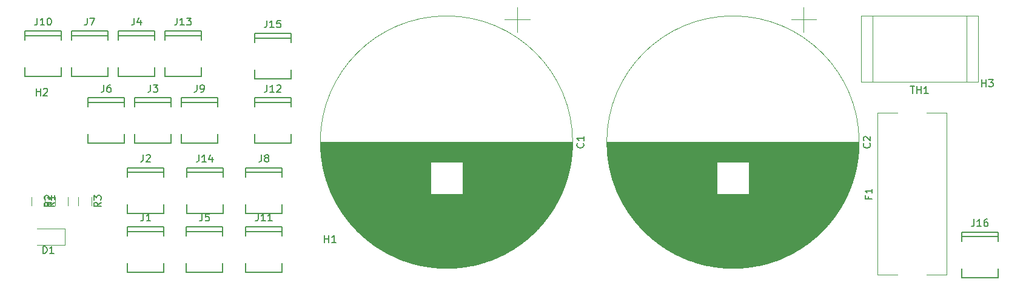
<source format=gto>
G04 #@! TF.GenerationSoftware,KiCad,Pcbnew,5.0.1-33cea8e~68~ubuntu16.04.1*
G04 #@! TF.CreationDate,2019-04-13T16:41:16-04:00*
G04 #@! TF.ProjectId,filterbuffer,66696C7465726275666665722E6B6963,rev?*
G04 #@! TF.SameCoordinates,Original*
G04 #@! TF.FileFunction,Legend,Top*
G04 #@! TF.FilePolarity,Positive*
%FSLAX46Y46*%
G04 Gerber Fmt 4.6, Leading zero omitted, Abs format (unit mm)*
G04 Created by KiCad (PCBNEW 5.0.1-33cea8e~68~ubuntu16.04.1) date Sat 13 Apr 2019 16:41:16 EDT*
%MOMM*%
%LPD*%
G01*
G04 APERTURE LIST*
%ADD10C,0.120000*%
%ADD11C,0.150000*%
G04 APERTURE END LIST*
D10*
G04 #@! TO.C,TH1*
X180185000Y-109820000D02*
X163845000Y-109820000D01*
X180185000Y-100580000D02*
X163845000Y-100580000D01*
X180185000Y-109820000D02*
X180185000Y-100580000D01*
X163845000Y-109820000D02*
X163845000Y-100580000D01*
X178566000Y-109820000D02*
X178566000Y-100580000D01*
X165464000Y-109820000D02*
X165464000Y-100580000D01*
G04 #@! TO.C,F1*
X175750000Y-114100000D02*
X172950000Y-114100000D01*
X168950000Y-114100000D02*
X166150000Y-114100000D01*
X168950000Y-136700000D02*
X166150000Y-136700000D01*
X166150000Y-136700000D02*
X166150000Y-114100000D01*
X175750000Y-136700000D02*
X175750000Y-114100000D01*
X175750000Y-136700000D02*
X172950000Y-136700000D01*
G04 #@! TO.C,C1*
X117575000Y-101095998D02*
X114075000Y-101095998D01*
X115825000Y-99345998D02*
X115825000Y-102845998D01*
X106750000Y-135800000D02*
X105150000Y-135800000D01*
X107363000Y-135760000D02*
X104537000Y-135760000D01*
X107785000Y-135720000D02*
X104115000Y-135720000D01*
X108127000Y-135680000D02*
X103773000Y-135680000D01*
X108423000Y-135640000D02*
X103477000Y-135640000D01*
X108686000Y-135600000D02*
X103214000Y-135600000D01*
X108926000Y-135560000D02*
X102974000Y-135560000D01*
X109148000Y-135520000D02*
X102752000Y-135520000D01*
X109355000Y-135480000D02*
X102545000Y-135480000D01*
X109550000Y-135440000D02*
X102350000Y-135440000D01*
X109735000Y-135400000D02*
X102165000Y-135400000D01*
X109910000Y-135360000D02*
X101990000Y-135360000D01*
X110078000Y-135320000D02*
X101822000Y-135320000D01*
X110239000Y-135280000D02*
X101661000Y-135280000D01*
X110394000Y-135240000D02*
X101506000Y-135240000D01*
X110543000Y-135200000D02*
X101357000Y-135200000D01*
X110688000Y-135160000D02*
X101212000Y-135160000D01*
X110828000Y-135120000D02*
X101072000Y-135120000D01*
X110963000Y-135080000D02*
X100937000Y-135080000D01*
X111095000Y-135040000D02*
X100805000Y-135040000D01*
X111223000Y-135000000D02*
X100677000Y-135000000D01*
X111348000Y-134960000D02*
X100552000Y-134960000D01*
X111470000Y-134920000D02*
X100430000Y-134920000D01*
X111589000Y-134880000D02*
X100311000Y-134880000D01*
X111705000Y-134840000D02*
X100195000Y-134840000D01*
X111818000Y-134800000D02*
X100082000Y-134800000D01*
X111930000Y-134760000D02*
X99970000Y-134760000D01*
X112039000Y-134720000D02*
X99861000Y-134720000D01*
X112145000Y-134680000D02*
X99755000Y-134680000D01*
X112250000Y-134640000D02*
X99650000Y-134640000D01*
X112353000Y-134600000D02*
X99547000Y-134600000D01*
X112454000Y-134560000D02*
X99446000Y-134560000D01*
X112553000Y-134520000D02*
X99347000Y-134520000D01*
X112650000Y-134480000D02*
X99250000Y-134480000D01*
X112746000Y-134440000D02*
X99154000Y-134440000D01*
X112840000Y-134400000D02*
X99060000Y-134400000D01*
X112933000Y-134360000D02*
X98967000Y-134360000D01*
X113025000Y-134320000D02*
X98875000Y-134320000D01*
X113115000Y-134280000D02*
X98785000Y-134280000D01*
X113203000Y-134240000D02*
X98697000Y-134240000D01*
X113291000Y-134200000D02*
X98609000Y-134200000D01*
X113377000Y-134160000D02*
X98523000Y-134160000D01*
X113462000Y-134120000D02*
X98438000Y-134120000D01*
X113545000Y-134080000D02*
X98355000Y-134080000D01*
X113628000Y-134040000D02*
X98272000Y-134040000D01*
X113709000Y-134000000D02*
X98191000Y-134000000D01*
X113790000Y-133960000D02*
X98110000Y-133960000D01*
X113870000Y-133920000D02*
X98030000Y-133920000D01*
X113948000Y-133880000D02*
X97952000Y-133880000D01*
X114026000Y-133840000D02*
X97874000Y-133840000D01*
X114102000Y-133800000D02*
X97798000Y-133800000D01*
X114178000Y-133760000D02*
X97722000Y-133760000D01*
X114253000Y-133720000D02*
X97647000Y-133720000D01*
X114327000Y-133680000D02*
X97573000Y-133680000D01*
X114400000Y-133640000D02*
X97500000Y-133640000D01*
X114472000Y-133600000D02*
X97428000Y-133600000D01*
X114544000Y-133560000D02*
X97356000Y-133560000D01*
X114615000Y-133520000D02*
X97285000Y-133520000D01*
X114685000Y-133480000D02*
X97215000Y-133480000D01*
X114754000Y-133440000D02*
X97146000Y-133440000D01*
X114823000Y-133400000D02*
X97077000Y-133400000D01*
X114890000Y-133360000D02*
X97010000Y-133360000D01*
X114958000Y-133320000D02*
X96942000Y-133320000D01*
X115024000Y-133280000D02*
X96876000Y-133280000D01*
X115090000Y-133240000D02*
X96810000Y-133240000D01*
X115155000Y-133200000D02*
X96745000Y-133200000D01*
X115220000Y-133160000D02*
X96680000Y-133160000D01*
X115284000Y-133120000D02*
X96616000Y-133120000D01*
X115347000Y-133080000D02*
X96553000Y-133080000D01*
X115410000Y-133040000D02*
X96490000Y-133040000D01*
X115472000Y-133000000D02*
X96428000Y-133000000D01*
X115534000Y-132960000D02*
X96366000Y-132960000D01*
X115595000Y-132920000D02*
X96305000Y-132920000D01*
X115655000Y-132880000D02*
X96245000Y-132880000D01*
X115715000Y-132840000D02*
X96185000Y-132840000D01*
X115775000Y-132800000D02*
X96125000Y-132800000D01*
X115834000Y-132760000D02*
X96066000Y-132760000D01*
X115892000Y-132720000D02*
X96008000Y-132720000D01*
X115950000Y-132680000D02*
X95950000Y-132680000D01*
X116008000Y-132640000D02*
X95892000Y-132640000D01*
X116065000Y-132600000D02*
X95835000Y-132600000D01*
X116121000Y-132560000D02*
X95779000Y-132560000D01*
X116177000Y-132520000D02*
X95723000Y-132520000D01*
X116233000Y-132480000D02*
X95667000Y-132480000D01*
X116288000Y-132440000D02*
X95612000Y-132440000D01*
X116342000Y-132400000D02*
X95558000Y-132400000D01*
X116397000Y-132360000D02*
X95503000Y-132360000D01*
X116450000Y-132320000D02*
X95450000Y-132320000D01*
X116504000Y-132280000D02*
X95396000Y-132280000D01*
X116557000Y-132240000D02*
X95343000Y-132240000D01*
X116609000Y-132200000D02*
X95291000Y-132200000D01*
X116661000Y-132160000D02*
X95239000Y-132160000D01*
X116713000Y-132120000D02*
X95187000Y-132120000D01*
X116765000Y-132080000D02*
X95135000Y-132080000D01*
X116815000Y-132040000D02*
X95085000Y-132040000D01*
X116866000Y-132000000D02*
X95034000Y-132000000D01*
X116916000Y-131960000D02*
X94984000Y-131960000D01*
X116966000Y-131920000D02*
X94934000Y-131920000D01*
X117016000Y-131880000D02*
X94884000Y-131880000D01*
X117065000Y-131840000D02*
X94835000Y-131840000D01*
X117113000Y-131800000D02*
X94787000Y-131800000D01*
X117162000Y-131760000D02*
X94738000Y-131760000D01*
X117210000Y-131720000D02*
X94690000Y-131720000D01*
X117257000Y-131680000D02*
X94643000Y-131680000D01*
X117305000Y-131640000D02*
X94595000Y-131640000D01*
X117352000Y-131600000D02*
X94548000Y-131600000D01*
X117399000Y-131560000D02*
X94501000Y-131560000D01*
X117445000Y-131520000D02*
X94455000Y-131520000D01*
X117491000Y-131480000D02*
X94409000Y-131480000D01*
X117537000Y-131440000D02*
X94363000Y-131440000D01*
X117582000Y-131400000D02*
X94318000Y-131400000D01*
X117627000Y-131360000D02*
X94273000Y-131360000D01*
X117672000Y-131320000D02*
X94228000Y-131320000D01*
X117716000Y-131280000D02*
X94184000Y-131280000D01*
X117761000Y-131240000D02*
X94139000Y-131240000D01*
X117804000Y-131200000D02*
X94096000Y-131200000D01*
X117848000Y-131160000D02*
X94052000Y-131160000D01*
X117891000Y-131120000D02*
X94009000Y-131120000D01*
X117934000Y-131080000D02*
X93966000Y-131080000D01*
X117977000Y-131040000D02*
X93923000Y-131040000D01*
X118019000Y-131000000D02*
X93881000Y-131000000D01*
X118061000Y-130960000D02*
X93839000Y-130960000D01*
X118103000Y-130920000D02*
X93797000Y-130920000D01*
X118145000Y-130880000D02*
X93755000Y-130880000D01*
X118186000Y-130840000D02*
X93714000Y-130840000D01*
X118227000Y-130800000D02*
X93673000Y-130800000D01*
X118268000Y-130760000D02*
X93632000Y-130760000D01*
X118309000Y-130720000D02*
X93591000Y-130720000D01*
X118349000Y-130680000D02*
X93551000Y-130680000D01*
X118389000Y-130640000D02*
X93511000Y-130640000D01*
X118429000Y-130600000D02*
X93471000Y-130600000D01*
X118468000Y-130560000D02*
X93432000Y-130560000D01*
X118507000Y-130520000D02*
X93393000Y-130520000D01*
X118546000Y-130480000D02*
X93354000Y-130480000D01*
X118585000Y-130440000D02*
X93315000Y-130440000D01*
X118624000Y-130400000D02*
X93276000Y-130400000D01*
X118662000Y-130360000D02*
X93238000Y-130360000D01*
X118700000Y-130320000D02*
X93200000Y-130320000D01*
X118738000Y-130280000D02*
X93162000Y-130280000D01*
X118775000Y-130240000D02*
X93125000Y-130240000D01*
X118813000Y-130200000D02*
X93087000Y-130200000D01*
X118850000Y-130160000D02*
X93050000Y-130160000D01*
X118887000Y-130120000D02*
X93013000Y-130120000D01*
X118923000Y-130080000D02*
X92977000Y-130080000D01*
X118960000Y-130040000D02*
X92940000Y-130040000D01*
X118996000Y-130000000D02*
X92904000Y-130000000D01*
X119032000Y-129960000D02*
X92868000Y-129960000D01*
X119067000Y-129920000D02*
X92833000Y-129920000D01*
X119103000Y-129880000D02*
X92797000Y-129880000D01*
X119138000Y-129840000D02*
X92762000Y-129840000D01*
X119173000Y-129800000D02*
X92727000Y-129800000D01*
X119208000Y-129760000D02*
X92692000Y-129760000D01*
X119243000Y-129720000D02*
X92657000Y-129720000D01*
X119277000Y-129680000D02*
X92623000Y-129680000D01*
X119312000Y-129640000D02*
X92588000Y-129640000D01*
X119346000Y-129600000D02*
X92554000Y-129600000D01*
X119380000Y-129560000D02*
X92520000Y-129560000D01*
X119413000Y-129520000D02*
X92487000Y-129520000D01*
X119447000Y-129480000D02*
X92453000Y-129480000D01*
X119480000Y-129440000D02*
X92420000Y-129440000D01*
X119513000Y-129400000D02*
X92387000Y-129400000D01*
X119546000Y-129360000D02*
X92354000Y-129360000D01*
X119578000Y-129320000D02*
X92322000Y-129320000D01*
X119611000Y-129280000D02*
X92289000Y-129280000D01*
X119643000Y-129240000D02*
X92257000Y-129240000D01*
X119675000Y-129200000D02*
X92225000Y-129200000D01*
X119707000Y-129160000D02*
X92193000Y-129160000D01*
X119739000Y-129120000D02*
X92161000Y-129120000D01*
X119770000Y-129080000D02*
X92130000Y-129080000D01*
X119801000Y-129040000D02*
X92099000Y-129040000D01*
X119833000Y-129000000D02*
X92067000Y-129000000D01*
X119864000Y-128960000D02*
X92036000Y-128960000D01*
X119894000Y-128920000D02*
X92006000Y-128920000D01*
X119925000Y-128880000D02*
X91975000Y-128880000D01*
X119955000Y-128840000D02*
X91945000Y-128840000D01*
X119985000Y-128800000D02*
X91915000Y-128800000D01*
X120015000Y-128760000D02*
X91885000Y-128760000D01*
X120045000Y-128720000D02*
X91855000Y-128720000D01*
X120075000Y-128680000D02*
X91825000Y-128680000D01*
X120105000Y-128640000D02*
X91795000Y-128640000D01*
X120134000Y-128600000D02*
X91766000Y-128600000D01*
X120163000Y-128560000D02*
X91737000Y-128560000D01*
X120192000Y-128520000D02*
X91708000Y-128520000D01*
X120221000Y-128480000D02*
X91679000Y-128480000D01*
X120249000Y-128440000D02*
X91651000Y-128440000D01*
X120278000Y-128400000D02*
X91622000Y-128400000D01*
X120306000Y-128360000D02*
X91594000Y-128360000D01*
X120334000Y-128320000D02*
X91566000Y-128320000D01*
X120362000Y-128280000D02*
X91538000Y-128280000D01*
X120390000Y-128240000D02*
X91510000Y-128240000D01*
X120418000Y-128200000D02*
X91482000Y-128200000D01*
X120445000Y-128160000D02*
X91455000Y-128160000D01*
X120473000Y-128120000D02*
X91427000Y-128120000D01*
X120500000Y-128080000D02*
X91400000Y-128080000D01*
X120527000Y-128040000D02*
X91373000Y-128040000D01*
X120554000Y-128000000D02*
X91346000Y-128000000D01*
X120580000Y-127960000D02*
X91320000Y-127960000D01*
X120607000Y-127920000D02*
X91293000Y-127920000D01*
X120633000Y-127880000D02*
X91267000Y-127880000D01*
X120660000Y-127840000D02*
X91240000Y-127840000D01*
X120686000Y-127800000D02*
X91214000Y-127800000D01*
X120712000Y-127760000D02*
X91188000Y-127760000D01*
X120737000Y-127720000D02*
X91163000Y-127720000D01*
X120763000Y-127680000D02*
X91137000Y-127680000D01*
X120788000Y-127640000D02*
X91112000Y-127640000D01*
X120814000Y-127600000D02*
X91086000Y-127600000D01*
X120839000Y-127560000D02*
X91061000Y-127560000D01*
X120864000Y-127520000D02*
X91036000Y-127520000D01*
X120889000Y-127480000D02*
X91011000Y-127480000D01*
X120913000Y-127440000D02*
X90987000Y-127440000D01*
X120938000Y-127400000D02*
X90962000Y-127400000D01*
X120962000Y-127360000D02*
X90938000Y-127360000D01*
X120987000Y-127320000D02*
X90913000Y-127320000D01*
X121011000Y-127280000D02*
X90889000Y-127280000D01*
X121035000Y-127240000D02*
X90865000Y-127240000D01*
X121059000Y-127200000D02*
X90841000Y-127200000D01*
X121082000Y-127160000D02*
X90818000Y-127160000D01*
X121106000Y-127120000D02*
X90794000Y-127120000D01*
X121129000Y-127080000D02*
X90771000Y-127080000D01*
X121153000Y-127040000D02*
X90747000Y-127040000D01*
X121176000Y-127000000D02*
X90724000Y-127000000D01*
X121199000Y-126960000D02*
X90701000Y-126960000D01*
X121221000Y-126920000D02*
X90679000Y-126920000D01*
X121244000Y-126880000D02*
X90656000Y-126880000D01*
X121267000Y-126840000D02*
X90633000Y-126840000D01*
X121289000Y-126800000D02*
X90611000Y-126800000D01*
X121311000Y-126760000D02*
X90589000Y-126760000D01*
X121334000Y-126720000D02*
X90566000Y-126720000D01*
X121356000Y-126680000D02*
X90544000Y-126680000D01*
X121378000Y-126640000D02*
X90522000Y-126640000D01*
X121399000Y-126600000D02*
X90501000Y-126600000D01*
X121421000Y-126560000D02*
X90479000Y-126560000D01*
X121442000Y-126520000D02*
X90458000Y-126520000D01*
X121464000Y-126480000D02*
X90436000Y-126480000D01*
X121485000Y-126440000D02*
X90415000Y-126440000D01*
X121506000Y-126400000D02*
X90394000Y-126400000D01*
X121527000Y-126361000D02*
X90373000Y-126361000D01*
X121548000Y-126321000D02*
X90352000Y-126321000D01*
X121569000Y-126281000D02*
X90331000Y-126281000D01*
X121589000Y-126241000D02*
X90311000Y-126241000D01*
X121610000Y-126201000D02*
X90290000Y-126201000D01*
X121630000Y-126161000D02*
X90270000Y-126161000D01*
X121650000Y-126121000D02*
X90250000Y-126121000D01*
X121670000Y-126081000D02*
X90230000Y-126081000D01*
X121690000Y-126041000D02*
X90210000Y-126041000D01*
X121710000Y-126001000D02*
X90190000Y-126001000D01*
X121730000Y-125961000D02*
X90170000Y-125961000D01*
X121749000Y-125921000D02*
X90151000Y-125921000D01*
X121769000Y-125881000D02*
X90131000Y-125881000D01*
X121788000Y-125841000D02*
X90112000Y-125841000D01*
X121807000Y-125801000D02*
X90093000Y-125801000D01*
X121826000Y-125761000D02*
X90074000Y-125761000D01*
X121845000Y-125721000D02*
X90055000Y-125721000D01*
X121864000Y-125681000D02*
X90036000Y-125681000D01*
X121883000Y-125641000D02*
X90017000Y-125641000D01*
X121901000Y-125601000D02*
X89999000Y-125601000D01*
X121920000Y-125561000D02*
X89980000Y-125561000D01*
X121938000Y-125521000D02*
X89962000Y-125521000D01*
X121956000Y-125481000D02*
X89944000Y-125481000D01*
X121974000Y-125441000D02*
X89926000Y-125441000D01*
X103710000Y-125401000D02*
X89908000Y-125401000D01*
X121992000Y-125401000D02*
X108190000Y-125401000D01*
X103710000Y-125361000D02*
X89890000Y-125361000D01*
X122010000Y-125361000D02*
X108190000Y-125361000D01*
X103710000Y-125321000D02*
X89872000Y-125321000D01*
X122028000Y-125321000D02*
X108190000Y-125321000D01*
X103710000Y-125281000D02*
X89855000Y-125281000D01*
X122045000Y-125281000D02*
X108190000Y-125281000D01*
X103710000Y-125241000D02*
X89837000Y-125241000D01*
X122063000Y-125241000D02*
X108190000Y-125241000D01*
X103710000Y-125201000D02*
X89820000Y-125201000D01*
X122080000Y-125201000D02*
X108190000Y-125201000D01*
X103710000Y-125161000D02*
X89802000Y-125161000D01*
X122098000Y-125161000D02*
X108190000Y-125161000D01*
X103710000Y-125121000D02*
X89785000Y-125121000D01*
X122115000Y-125121000D02*
X108190000Y-125121000D01*
X103710000Y-125081000D02*
X89768000Y-125081000D01*
X122132000Y-125081000D02*
X108190000Y-125081000D01*
X103710000Y-125041000D02*
X89751000Y-125041000D01*
X122149000Y-125041000D02*
X108190000Y-125041000D01*
X103710000Y-125001000D02*
X89735000Y-125001000D01*
X122165000Y-125001000D02*
X108190000Y-125001000D01*
X103710000Y-124961000D02*
X89718000Y-124961000D01*
X122182000Y-124961000D02*
X108190000Y-124961000D01*
X103710000Y-124921000D02*
X89701000Y-124921000D01*
X122199000Y-124921000D02*
X108190000Y-124921000D01*
X103710000Y-124881000D02*
X89685000Y-124881000D01*
X122215000Y-124881000D02*
X108190000Y-124881000D01*
X103710000Y-124841000D02*
X89669000Y-124841000D01*
X122231000Y-124841000D02*
X108190000Y-124841000D01*
X103710000Y-124801000D02*
X89652000Y-124801000D01*
X122248000Y-124801000D02*
X108190000Y-124801000D01*
X103710000Y-124761000D02*
X89636000Y-124761000D01*
X122264000Y-124761000D02*
X108190000Y-124761000D01*
X103710000Y-124721000D02*
X89620000Y-124721000D01*
X122280000Y-124721000D02*
X108190000Y-124721000D01*
X103710000Y-124681000D02*
X89604000Y-124681000D01*
X122296000Y-124681000D02*
X108190000Y-124681000D01*
X103710000Y-124641000D02*
X89589000Y-124641000D01*
X122311000Y-124641000D02*
X108190000Y-124641000D01*
X103710000Y-124601000D02*
X89573000Y-124601000D01*
X122327000Y-124601000D02*
X108190000Y-124601000D01*
X103710000Y-124561000D02*
X89557000Y-124561000D01*
X122343000Y-124561000D02*
X108190000Y-124561000D01*
X103710000Y-124521000D02*
X89542000Y-124521000D01*
X122358000Y-124521000D02*
X108190000Y-124521000D01*
X103710000Y-124481000D02*
X89527000Y-124481000D01*
X122373000Y-124481000D02*
X108190000Y-124481000D01*
X103710000Y-124441000D02*
X89511000Y-124441000D01*
X122389000Y-124441000D02*
X108190000Y-124441000D01*
X103710000Y-124401000D02*
X89496000Y-124401000D01*
X122404000Y-124401000D02*
X108190000Y-124401000D01*
X103710000Y-124361000D02*
X89481000Y-124361000D01*
X122419000Y-124361000D02*
X108190000Y-124361000D01*
X103710000Y-124321000D02*
X89466000Y-124321000D01*
X122434000Y-124321000D02*
X108190000Y-124321000D01*
X103710000Y-124281000D02*
X89452000Y-124281000D01*
X122448000Y-124281000D02*
X108190000Y-124281000D01*
X103710000Y-124241000D02*
X89437000Y-124241000D01*
X122463000Y-124241000D02*
X108190000Y-124241000D01*
X103710000Y-124201000D02*
X89423000Y-124201000D01*
X122477000Y-124201000D02*
X108190000Y-124201000D01*
X103710000Y-124161000D02*
X89408000Y-124161000D01*
X122492000Y-124161000D02*
X108190000Y-124161000D01*
X103710000Y-124121000D02*
X89394000Y-124121000D01*
X122506000Y-124121000D02*
X108190000Y-124121000D01*
X103710000Y-124081000D02*
X89380000Y-124081000D01*
X122520000Y-124081000D02*
X108190000Y-124081000D01*
X103710000Y-124041000D02*
X89365000Y-124041000D01*
X122535000Y-124041000D02*
X108190000Y-124041000D01*
X103710000Y-124001000D02*
X89351000Y-124001000D01*
X122549000Y-124001000D02*
X108190000Y-124001000D01*
X103710000Y-123961000D02*
X89338000Y-123961000D01*
X122562000Y-123961000D02*
X108190000Y-123961000D01*
X103710000Y-123921000D02*
X89324000Y-123921000D01*
X122576000Y-123921000D02*
X108190000Y-123921000D01*
X103710000Y-123881000D02*
X89310000Y-123881000D01*
X122590000Y-123881000D02*
X108190000Y-123881000D01*
X103710000Y-123841000D02*
X89297000Y-123841000D01*
X122603000Y-123841000D02*
X108190000Y-123841000D01*
X103710000Y-123801000D02*
X89283000Y-123801000D01*
X122617000Y-123801000D02*
X108190000Y-123801000D01*
X103710000Y-123761000D02*
X89270000Y-123761000D01*
X122630000Y-123761000D02*
X108190000Y-123761000D01*
X103710000Y-123721000D02*
X89256000Y-123721000D01*
X122644000Y-123721000D02*
X108190000Y-123721000D01*
X103710000Y-123681000D02*
X89243000Y-123681000D01*
X122657000Y-123681000D02*
X108190000Y-123681000D01*
X103710000Y-123641000D02*
X89230000Y-123641000D01*
X122670000Y-123641000D02*
X108190000Y-123641000D01*
X103710000Y-123601000D02*
X89217000Y-123601000D01*
X122683000Y-123601000D02*
X108190000Y-123601000D01*
X103710000Y-123561000D02*
X89205000Y-123561000D01*
X122695000Y-123561000D02*
X108190000Y-123561000D01*
X103710000Y-123521000D02*
X89192000Y-123521000D01*
X122708000Y-123521000D02*
X108190000Y-123521000D01*
X103710000Y-123481000D02*
X89179000Y-123481000D01*
X122721000Y-123481000D02*
X108190000Y-123481000D01*
X103710000Y-123441000D02*
X89167000Y-123441000D01*
X122733000Y-123441000D02*
X108190000Y-123441000D01*
X103710000Y-123401000D02*
X89154000Y-123401000D01*
X122746000Y-123401000D02*
X108190000Y-123401000D01*
X103710000Y-123361000D02*
X89142000Y-123361000D01*
X122758000Y-123361000D02*
X108190000Y-123361000D01*
X103710000Y-123321000D02*
X89130000Y-123321000D01*
X122770000Y-123321000D02*
X108190000Y-123321000D01*
X103710000Y-123281000D02*
X89118000Y-123281000D01*
X122782000Y-123281000D02*
X108190000Y-123281000D01*
X103710000Y-123241000D02*
X89106000Y-123241000D01*
X122794000Y-123241000D02*
X108190000Y-123241000D01*
X103710000Y-123201000D02*
X89094000Y-123201000D01*
X122806000Y-123201000D02*
X108190000Y-123201000D01*
X103710000Y-123161000D02*
X89082000Y-123161000D01*
X122818000Y-123161000D02*
X108190000Y-123161000D01*
X103710000Y-123121000D02*
X89070000Y-123121000D01*
X122830000Y-123121000D02*
X108190000Y-123121000D01*
X103710000Y-123081000D02*
X89059000Y-123081000D01*
X122841000Y-123081000D02*
X108190000Y-123081000D01*
X103710000Y-123041000D02*
X89047000Y-123041000D01*
X122853000Y-123041000D02*
X108190000Y-123041000D01*
X103710000Y-123001000D02*
X89036000Y-123001000D01*
X122864000Y-123001000D02*
X108190000Y-123001000D01*
X103710000Y-122961000D02*
X89025000Y-122961000D01*
X122875000Y-122961000D02*
X108190000Y-122961000D01*
X103710000Y-122921000D02*
X89013000Y-122921000D01*
X122887000Y-122921000D02*
X108190000Y-122921000D01*
X103710000Y-122881000D02*
X89002000Y-122881000D01*
X122898000Y-122881000D02*
X108190000Y-122881000D01*
X103710000Y-122841000D02*
X88991000Y-122841000D01*
X122909000Y-122841000D02*
X108190000Y-122841000D01*
X103710000Y-122801000D02*
X88981000Y-122801000D01*
X122919000Y-122801000D02*
X108190000Y-122801000D01*
X103710000Y-122761000D02*
X88970000Y-122761000D01*
X122930000Y-122761000D02*
X108190000Y-122761000D01*
X103710000Y-122721000D02*
X88959000Y-122721000D01*
X122941000Y-122721000D02*
X108190000Y-122721000D01*
X103710000Y-122681000D02*
X88949000Y-122681000D01*
X122951000Y-122681000D02*
X108190000Y-122681000D01*
X103710000Y-122641000D02*
X88938000Y-122641000D01*
X122962000Y-122641000D02*
X108190000Y-122641000D01*
X103710000Y-122601000D02*
X88928000Y-122601000D01*
X122972000Y-122601000D02*
X108190000Y-122601000D01*
X103710000Y-122561000D02*
X88917000Y-122561000D01*
X122983000Y-122561000D02*
X108190000Y-122561000D01*
X103710000Y-122521000D02*
X88907000Y-122521000D01*
X122993000Y-122521000D02*
X108190000Y-122521000D01*
X103710000Y-122481000D02*
X88897000Y-122481000D01*
X123003000Y-122481000D02*
X108190000Y-122481000D01*
X103710000Y-122441000D02*
X88887000Y-122441000D01*
X123013000Y-122441000D02*
X108190000Y-122441000D01*
X103710000Y-122401000D02*
X88877000Y-122401000D01*
X123023000Y-122401000D02*
X108190000Y-122401000D01*
X103710000Y-122361000D02*
X88868000Y-122361000D01*
X123032000Y-122361000D02*
X108190000Y-122361000D01*
X103710000Y-122321000D02*
X88858000Y-122321000D01*
X123042000Y-122321000D02*
X108190000Y-122321000D01*
X103710000Y-122281000D02*
X88848000Y-122281000D01*
X123052000Y-122281000D02*
X108190000Y-122281000D01*
X103710000Y-122241000D02*
X88839000Y-122241000D01*
X123061000Y-122241000D02*
X108190000Y-122241000D01*
X103710000Y-122201000D02*
X88830000Y-122201000D01*
X123070000Y-122201000D02*
X108190000Y-122201000D01*
X103710000Y-122161000D02*
X88820000Y-122161000D01*
X123080000Y-122161000D02*
X108190000Y-122161000D01*
X103710000Y-122121000D02*
X88811000Y-122121000D01*
X123089000Y-122121000D02*
X108190000Y-122121000D01*
X103710000Y-122081000D02*
X88802000Y-122081000D01*
X123098000Y-122081000D02*
X108190000Y-122081000D01*
X103710000Y-122041000D02*
X88793000Y-122041000D01*
X123107000Y-122041000D02*
X108190000Y-122041000D01*
X103710000Y-122001000D02*
X88784000Y-122001000D01*
X123116000Y-122001000D02*
X108190000Y-122001000D01*
X103710000Y-121961000D02*
X88775000Y-121961000D01*
X123125000Y-121961000D02*
X108190000Y-121961000D01*
X103710000Y-121921000D02*
X88767000Y-121921000D01*
X123133000Y-121921000D02*
X108190000Y-121921000D01*
X103710000Y-121881000D02*
X88758000Y-121881000D01*
X123142000Y-121881000D02*
X108190000Y-121881000D01*
X103710000Y-121841000D02*
X88750000Y-121841000D01*
X123150000Y-121841000D02*
X108190000Y-121841000D01*
X103710000Y-121801000D02*
X88741000Y-121801000D01*
X123159000Y-121801000D02*
X108190000Y-121801000D01*
X103710000Y-121761000D02*
X88733000Y-121761000D01*
X123167000Y-121761000D02*
X108190000Y-121761000D01*
X103710000Y-121721000D02*
X88725000Y-121721000D01*
X123175000Y-121721000D02*
X108190000Y-121721000D01*
X103710000Y-121681000D02*
X88717000Y-121681000D01*
X123183000Y-121681000D02*
X108190000Y-121681000D01*
X103710000Y-121641000D02*
X88709000Y-121641000D01*
X123191000Y-121641000D02*
X108190000Y-121641000D01*
X103710000Y-121601000D02*
X88701000Y-121601000D01*
X123199000Y-121601000D02*
X108190000Y-121601000D01*
X103710000Y-121561000D02*
X88693000Y-121561000D01*
X123207000Y-121561000D02*
X108190000Y-121561000D01*
X103710000Y-121521000D02*
X88685000Y-121521000D01*
X123215000Y-121521000D02*
X108190000Y-121521000D01*
X103710000Y-121481000D02*
X88677000Y-121481000D01*
X123223000Y-121481000D02*
X108190000Y-121481000D01*
X103710000Y-121441000D02*
X88670000Y-121441000D01*
X123230000Y-121441000D02*
X108190000Y-121441000D01*
X103710000Y-121401000D02*
X88663000Y-121401000D01*
X123237000Y-121401000D02*
X108190000Y-121401000D01*
X103710000Y-121361000D02*
X88655000Y-121361000D01*
X123245000Y-121361000D02*
X108190000Y-121361000D01*
X103710000Y-121321000D02*
X88648000Y-121321000D01*
X123252000Y-121321000D02*
X108190000Y-121321000D01*
X103710000Y-121281000D02*
X88641000Y-121281000D01*
X123259000Y-121281000D02*
X108190000Y-121281000D01*
X103710000Y-121241000D02*
X88634000Y-121241000D01*
X123266000Y-121241000D02*
X108190000Y-121241000D01*
X103710000Y-121201000D02*
X88627000Y-121201000D01*
X123273000Y-121201000D02*
X108190000Y-121201000D01*
X103710000Y-121161000D02*
X88620000Y-121161000D01*
X123280000Y-121161000D02*
X108190000Y-121161000D01*
X103710000Y-121121000D02*
X88613000Y-121121000D01*
X123287000Y-121121000D02*
X108190000Y-121121000D01*
X103710000Y-121081000D02*
X88606000Y-121081000D01*
X123294000Y-121081000D02*
X108190000Y-121081000D01*
X103710000Y-121041000D02*
X88600000Y-121041000D01*
X123300000Y-121041000D02*
X108190000Y-121041000D01*
X103710000Y-121001000D02*
X88593000Y-121001000D01*
X123307000Y-121001000D02*
X108190000Y-121001000D01*
X103710000Y-120961000D02*
X88587000Y-120961000D01*
X123313000Y-120961000D02*
X108190000Y-120961000D01*
X123319000Y-120921000D02*
X88581000Y-120921000D01*
X123325000Y-120881000D02*
X88575000Y-120881000D01*
X123332000Y-120841000D02*
X88568000Y-120841000D01*
X123338000Y-120801000D02*
X88562000Y-120801000D01*
X123344000Y-120761000D02*
X88556000Y-120761000D01*
X123349000Y-120721000D02*
X88551000Y-120721000D01*
X123355000Y-120681000D02*
X88545000Y-120681000D01*
X123361000Y-120641000D02*
X88539000Y-120641000D01*
X123366000Y-120601000D02*
X88534000Y-120601000D01*
X123372000Y-120561000D02*
X88528000Y-120561000D01*
X123377000Y-120521000D02*
X88523000Y-120521000D01*
X123382000Y-120481000D02*
X88518000Y-120481000D01*
X123388000Y-120441000D02*
X88512000Y-120441000D01*
X123393000Y-120401000D02*
X88507000Y-120401000D01*
X123398000Y-120361000D02*
X88502000Y-120361000D01*
X123402000Y-120321000D02*
X88498000Y-120321000D01*
X123407000Y-120281000D02*
X88493000Y-120281000D01*
X123412000Y-120241000D02*
X88488000Y-120241000D01*
X123417000Y-120201000D02*
X88483000Y-120201000D01*
X123421000Y-120161000D02*
X88479000Y-120161000D01*
X123426000Y-120121000D02*
X88474000Y-120121000D01*
X123430000Y-120081000D02*
X88470000Y-120081000D01*
X123434000Y-120041000D02*
X88466000Y-120041000D01*
X123438000Y-120001000D02*
X88462000Y-120001000D01*
X123442000Y-119961000D02*
X88458000Y-119961000D01*
X123446000Y-119921000D02*
X88454000Y-119921000D01*
X123450000Y-119881000D02*
X88450000Y-119881000D01*
X123454000Y-119841000D02*
X88446000Y-119841000D01*
X123458000Y-119801000D02*
X88442000Y-119801000D01*
X123461000Y-119761000D02*
X88439000Y-119761000D01*
X123465000Y-119721000D02*
X88435000Y-119721000D01*
X123468000Y-119681000D02*
X88432000Y-119681000D01*
X123472000Y-119641000D02*
X88428000Y-119641000D01*
X123475000Y-119601000D02*
X88425000Y-119601000D01*
X123478000Y-119561000D02*
X88422000Y-119561000D01*
X123481000Y-119521000D02*
X88419000Y-119521000D01*
X123484000Y-119481000D02*
X88416000Y-119481000D01*
X123487000Y-119441000D02*
X88413000Y-119441000D01*
X123490000Y-119401000D02*
X88410000Y-119401000D01*
X123492000Y-119361000D02*
X88408000Y-119361000D01*
X123495000Y-119321000D02*
X88405000Y-119321000D01*
X123497000Y-119281000D02*
X88403000Y-119281000D01*
X123500000Y-119241000D02*
X88400000Y-119241000D01*
X123502000Y-119201000D02*
X88398000Y-119201000D01*
X123504000Y-119161000D02*
X88396000Y-119161000D01*
X123506000Y-119121000D02*
X88394000Y-119121000D01*
X123509000Y-119081000D02*
X88391000Y-119081000D01*
X123510000Y-119041000D02*
X88390000Y-119041000D01*
X123512000Y-119001000D02*
X88388000Y-119001000D01*
X123514000Y-118961000D02*
X88386000Y-118961000D01*
X123516000Y-118921000D02*
X88384000Y-118921000D01*
X123517000Y-118880000D02*
X88383000Y-118880000D01*
X123519000Y-118840000D02*
X88381000Y-118840000D01*
X123520000Y-118800000D02*
X88380000Y-118800000D01*
X123522000Y-118760000D02*
X88378000Y-118760000D01*
X123523000Y-118720000D02*
X88377000Y-118720000D01*
X123524000Y-118680000D02*
X88376000Y-118680000D01*
X123525000Y-118640000D02*
X88375000Y-118640000D01*
X123526000Y-118600000D02*
X88374000Y-118600000D01*
X123527000Y-118560000D02*
X88373000Y-118560000D01*
X123528000Y-118520000D02*
X88372000Y-118520000D01*
X123528000Y-118480000D02*
X88372000Y-118480000D01*
X123529000Y-118440000D02*
X88371000Y-118440000D01*
X123529000Y-118400000D02*
X88371000Y-118400000D01*
X123530000Y-118360000D02*
X88370000Y-118360000D01*
X123530000Y-118320000D02*
X88370000Y-118320000D01*
X123530000Y-118280000D02*
X88370000Y-118280000D01*
X123530000Y-118240000D02*
X88370000Y-118240000D01*
X123530000Y-118200000D02*
X88370000Y-118200000D01*
X123570000Y-118200000D02*
G75*
G03X123570000Y-118200000I-17620000J0D01*
G01*
G04 #@! TO.C,C2*
X163570000Y-118200000D02*
G75*
G03X163570000Y-118200000I-17620000J0D01*
G01*
X163530000Y-118200000D02*
X128370000Y-118200000D01*
X163530000Y-118240000D02*
X128370000Y-118240000D01*
X163530000Y-118280000D02*
X128370000Y-118280000D01*
X163530000Y-118320000D02*
X128370000Y-118320000D01*
X163530000Y-118360000D02*
X128370000Y-118360000D01*
X163529000Y-118400000D02*
X128371000Y-118400000D01*
X163529000Y-118440000D02*
X128371000Y-118440000D01*
X163528000Y-118480000D02*
X128372000Y-118480000D01*
X163528000Y-118520000D02*
X128372000Y-118520000D01*
X163527000Y-118560000D02*
X128373000Y-118560000D01*
X163526000Y-118600000D02*
X128374000Y-118600000D01*
X163525000Y-118640000D02*
X128375000Y-118640000D01*
X163524000Y-118680000D02*
X128376000Y-118680000D01*
X163523000Y-118720000D02*
X128377000Y-118720000D01*
X163522000Y-118760000D02*
X128378000Y-118760000D01*
X163520000Y-118800000D02*
X128380000Y-118800000D01*
X163519000Y-118840000D02*
X128381000Y-118840000D01*
X163517000Y-118880000D02*
X128383000Y-118880000D01*
X163516000Y-118921000D02*
X128384000Y-118921000D01*
X163514000Y-118961000D02*
X128386000Y-118961000D01*
X163512000Y-119001000D02*
X128388000Y-119001000D01*
X163510000Y-119041000D02*
X128390000Y-119041000D01*
X163509000Y-119081000D02*
X128391000Y-119081000D01*
X163506000Y-119121000D02*
X128394000Y-119121000D01*
X163504000Y-119161000D02*
X128396000Y-119161000D01*
X163502000Y-119201000D02*
X128398000Y-119201000D01*
X163500000Y-119241000D02*
X128400000Y-119241000D01*
X163497000Y-119281000D02*
X128403000Y-119281000D01*
X163495000Y-119321000D02*
X128405000Y-119321000D01*
X163492000Y-119361000D02*
X128408000Y-119361000D01*
X163490000Y-119401000D02*
X128410000Y-119401000D01*
X163487000Y-119441000D02*
X128413000Y-119441000D01*
X163484000Y-119481000D02*
X128416000Y-119481000D01*
X163481000Y-119521000D02*
X128419000Y-119521000D01*
X163478000Y-119561000D02*
X128422000Y-119561000D01*
X163475000Y-119601000D02*
X128425000Y-119601000D01*
X163472000Y-119641000D02*
X128428000Y-119641000D01*
X163468000Y-119681000D02*
X128432000Y-119681000D01*
X163465000Y-119721000D02*
X128435000Y-119721000D01*
X163461000Y-119761000D02*
X128439000Y-119761000D01*
X163458000Y-119801000D02*
X128442000Y-119801000D01*
X163454000Y-119841000D02*
X128446000Y-119841000D01*
X163450000Y-119881000D02*
X128450000Y-119881000D01*
X163446000Y-119921000D02*
X128454000Y-119921000D01*
X163442000Y-119961000D02*
X128458000Y-119961000D01*
X163438000Y-120001000D02*
X128462000Y-120001000D01*
X163434000Y-120041000D02*
X128466000Y-120041000D01*
X163430000Y-120081000D02*
X128470000Y-120081000D01*
X163426000Y-120121000D02*
X128474000Y-120121000D01*
X163421000Y-120161000D02*
X128479000Y-120161000D01*
X163417000Y-120201000D02*
X128483000Y-120201000D01*
X163412000Y-120241000D02*
X128488000Y-120241000D01*
X163407000Y-120281000D02*
X128493000Y-120281000D01*
X163402000Y-120321000D02*
X128498000Y-120321000D01*
X163398000Y-120361000D02*
X128502000Y-120361000D01*
X163393000Y-120401000D02*
X128507000Y-120401000D01*
X163388000Y-120441000D02*
X128512000Y-120441000D01*
X163382000Y-120481000D02*
X128518000Y-120481000D01*
X163377000Y-120521000D02*
X128523000Y-120521000D01*
X163372000Y-120561000D02*
X128528000Y-120561000D01*
X163366000Y-120601000D02*
X128534000Y-120601000D01*
X163361000Y-120641000D02*
X128539000Y-120641000D01*
X163355000Y-120681000D02*
X128545000Y-120681000D01*
X163349000Y-120721000D02*
X128551000Y-120721000D01*
X163344000Y-120761000D02*
X128556000Y-120761000D01*
X163338000Y-120801000D02*
X128562000Y-120801000D01*
X163332000Y-120841000D02*
X128568000Y-120841000D01*
X163325000Y-120881000D02*
X128575000Y-120881000D01*
X163319000Y-120921000D02*
X128581000Y-120921000D01*
X163313000Y-120961000D02*
X148190000Y-120961000D01*
X143710000Y-120961000D02*
X128587000Y-120961000D01*
X163307000Y-121001000D02*
X148190000Y-121001000D01*
X143710000Y-121001000D02*
X128593000Y-121001000D01*
X163300000Y-121041000D02*
X148190000Y-121041000D01*
X143710000Y-121041000D02*
X128600000Y-121041000D01*
X163294000Y-121081000D02*
X148190000Y-121081000D01*
X143710000Y-121081000D02*
X128606000Y-121081000D01*
X163287000Y-121121000D02*
X148190000Y-121121000D01*
X143710000Y-121121000D02*
X128613000Y-121121000D01*
X163280000Y-121161000D02*
X148190000Y-121161000D01*
X143710000Y-121161000D02*
X128620000Y-121161000D01*
X163273000Y-121201000D02*
X148190000Y-121201000D01*
X143710000Y-121201000D02*
X128627000Y-121201000D01*
X163266000Y-121241000D02*
X148190000Y-121241000D01*
X143710000Y-121241000D02*
X128634000Y-121241000D01*
X163259000Y-121281000D02*
X148190000Y-121281000D01*
X143710000Y-121281000D02*
X128641000Y-121281000D01*
X163252000Y-121321000D02*
X148190000Y-121321000D01*
X143710000Y-121321000D02*
X128648000Y-121321000D01*
X163245000Y-121361000D02*
X148190000Y-121361000D01*
X143710000Y-121361000D02*
X128655000Y-121361000D01*
X163237000Y-121401000D02*
X148190000Y-121401000D01*
X143710000Y-121401000D02*
X128663000Y-121401000D01*
X163230000Y-121441000D02*
X148190000Y-121441000D01*
X143710000Y-121441000D02*
X128670000Y-121441000D01*
X163223000Y-121481000D02*
X148190000Y-121481000D01*
X143710000Y-121481000D02*
X128677000Y-121481000D01*
X163215000Y-121521000D02*
X148190000Y-121521000D01*
X143710000Y-121521000D02*
X128685000Y-121521000D01*
X163207000Y-121561000D02*
X148190000Y-121561000D01*
X143710000Y-121561000D02*
X128693000Y-121561000D01*
X163199000Y-121601000D02*
X148190000Y-121601000D01*
X143710000Y-121601000D02*
X128701000Y-121601000D01*
X163191000Y-121641000D02*
X148190000Y-121641000D01*
X143710000Y-121641000D02*
X128709000Y-121641000D01*
X163183000Y-121681000D02*
X148190000Y-121681000D01*
X143710000Y-121681000D02*
X128717000Y-121681000D01*
X163175000Y-121721000D02*
X148190000Y-121721000D01*
X143710000Y-121721000D02*
X128725000Y-121721000D01*
X163167000Y-121761000D02*
X148190000Y-121761000D01*
X143710000Y-121761000D02*
X128733000Y-121761000D01*
X163159000Y-121801000D02*
X148190000Y-121801000D01*
X143710000Y-121801000D02*
X128741000Y-121801000D01*
X163150000Y-121841000D02*
X148190000Y-121841000D01*
X143710000Y-121841000D02*
X128750000Y-121841000D01*
X163142000Y-121881000D02*
X148190000Y-121881000D01*
X143710000Y-121881000D02*
X128758000Y-121881000D01*
X163133000Y-121921000D02*
X148190000Y-121921000D01*
X143710000Y-121921000D02*
X128767000Y-121921000D01*
X163125000Y-121961000D02*
X148190000Y-121961000D01*
X143710000Y-121961000D02*
X128775000Y-121961000D01*
X163116000Y-122001000D02*
X148190000Y-122001000D01*
X143710000Y-122001000D02*
X128784000Y-122001000D01*
X163107000Y-122041000D02*
X148190000Y-122041000D01*
X143710000Y-122041000D02*
X128793000Y-122041000D01*
X163098000Y-122081000D02*
X148190000Y-122081000D01*
X143710000Y-122081000D02*
X128802000Y-122081000D01*
X163089000Y-122121000D02*
X148190000Y-122121000D01*
X143710000Y-122121000D02*
X128811000Y-122121000D01*
X163080000Y-122161000D02*
X148190000Y-122161000D01*
X143710000Y-122161000D02*
X128820000Y-122161000D01*
X163070000Y-122201000D02*
X148190000Y-122201000D01*
X143710000Y-122201000D02*
X128830000Y-122201000D01*
X163061000Y-122241000D02*
X148190000Y-122241000D01*
X143710000Y-122241000D02*
X128839000Y-122241000D01*
X163052000Y-122281000D02*
X148190000Y-122281000D01*
X143710000Y-122281000D02*
X128848000Y-122281000D01*
X163042000Y-122321000D02*
X148190000Y-122321000D01*
X143710000Y-122321000D02*
X128858000Y-122321000D01*
X163032000Y-122361000D02*
X148190000Y-122361000D01*
X143710000Y-122361000D02*
X128868000Y-122361000D01*
X163023000Y-122401000D02*
X148190000Y-122401000D01*
X143710000Y-122401000D02*
X128877000Y-122401000D01*
X163013000Y-122441000D02*
X148190000Y-122441000D01*
X143710000Y-122441000D02*
X128887000Y-122441000D01*
X163003000Y-122481000D02*
X148190000Y-122481000D01*
X143710000Y-122481000D02*
X128897000Y-122481000D01*
X162993000Y-122521000D02*
X148190000Y-122521000D01*
X143710000Y-122521000D02*
X128907000Y-122521000D01*
X162983000Y-122561000D02*
X148190000Y-122561000D01*
X143710000Y-122561000D02*
X128917000Y-122561000D01*
X162972000Y-122601000D02*
X148190000Y-122601000D01*
X143710000Y-122601000D02*
X128928000Y-122601000D01*
X162962000Y-122641000D02*
X148190000Y-122641000D01*
X143710000Y-122641000D02*
X128938000Y-122641000D01*
X162951000Y-122681000D02*
X148190000Y-122681000D01*
X143710000Y-122681000D02*
X128949000Y-122681000D01*
X162941000Y-122721000D02*
X148190000Y-122721000D01*
X143710000Y-122721000D02*
X128959000Y-122721000D01*
X162930000Y-122761000D02*
X148190000Y-122761000D01*
X143710000Y-122761000D02*
X128970000Y-122761000D01*
X162919000Y-122801000D02*
X148190000Y-122801000D01*
X143710000Y-122801000D02*
X128981000Y-122801000D01*
X162909000Y-122841000D02*
X148190000Y-122841000D01*
X143710000Y-122841000D02*
X128991000Y-122841000D01*
X162898000Y-122881000D02*
X148190000Y-122881000D01*
X143710000Y-122881000D02*
X129002000Y-122881000D01*
X162887000Y-122921000D02*
X148190000Y-122921000D01*
X143710000Y-122921000D02*
X129013000Y-122921000D01*
X162875000Y-122961000D02*
X148190000Y-122961000D01*
X143710000Y-122961000D02*
X129025000Y-122961000D01*
X162864000Y-123001000D02*
X148190000Y-123001000D01*
X143710000Y-123001000D02*
X129036000Y-123001000D01*
X162853000Y-123041000D02*
X148190000Y-123041000D01*
X143710000Y-123041000D02*
X129047000Y-123041000D01*
X162841000Y-123081000D02*
X148190000Y-123081000D01*
X143710000Y-123081000D02*
X129059000Y-123081000D01*
X162830000Y-123121000D02*
X148190000Y-123121000D01*
X143710000Y-123121000D02*
X129070000Y-123121000D01*
X162818000Y-123161000D02*
X148190000Y-123161000D01*
X143710000Y-123161000D02*
X129082000Y-123161000D01*
X162806000Y-123201000D02*
X148190000Y-123201000D01*
X143710000Y-123201000D02*
X129094000Y-123201000D01*
X162794000Y-123241000D02*
X148190000Y-123241000D01*
X143710000Y-123241000D02*
X129106000Y-123241000D01*
X162782000Y-123281000D02*
X148190000Y-123281000D01*
X143710000Y-123281000D02*
X129118000Y-123281000D01*
X162770000Y-123321000D02*
X148190000Y-123321000D01*
X143710000Y-123321000D02*
X129130000Y-123321000D01*
X162758000Y-123361000D02*
X148190000Y-123361000D01*
X143710000Y-123361000D02*
X129142000Y-123361000D01*
X162746000Y-123401000D02*
X148190000Y-123401000D01*
X143710000Y-123401000D02*
X129154000Y-123401000D01*
X162733000Y-123441000D02*
X148190000Y-123441000D01*
X143710000Y-123441000D02*
X129167000Y-123441000D01*
X162721000Y-123481000D02*
X148190000Y-123481000D01*
X143710000Y-123481000D02*
X129179000Y-123481000D01*
X162708000Y-123521000D02*
X148190000Y-123521000D01*
X143710000Y-123521000D02*
X129192000Y-123521000D01*
X162695000Y-123561000D02*
X148190000Y-123561000D01*
X143710000Y-123561000D02*
X129205000Y-123561000D01*
X162683000Y-123601000D02*
X148190000Y-123601000D01*
X143710000Y-123601000D02*
X129217000Y-123601000D01*
X162670000Y-123641000D02*
X148190000Y-123641000D01*
X143710000Y-123641000D02*
X129230000Y-123641000D01*
X162657000Y-123681000D02*
X148190000Y-123681000D01*
X143710000Y-123681000D02*
X129243000Y-123681000D01*
X162644000Y-123721000D02*
X148190000Y-123721000D01*
X143710000Y-123721000D02*
X129256000Y-123721000D01*
X162630000Y-123761000D02*
X148190000Y-123761000D01*
X143710000Y-123761000D02*
X129270000Y-123761000D01*
X162617000Y-123801000D02*
X148190000Y-123801000D01*
X143710000Y-123801000D02*
X129283000Y-123801000D01*
X162603000Y-123841000D02*
X148190000Y-123841000D01*
X143710000Y-123841000D02*
X129297000Y-123841000D01*
X162590000Y-123881000D02*
X148190000Y-123881000D01*
X143710000Y-123881000D02*
X129310000Y-123881000D01*
X162576000Y-123921000D02*
X148190000Y-123921000D01*
X143710000Y-123921000D02*
X129324000Y-123921000D01*
X162562000Y-123961000D02*
X148190000Y-123961000D01*
X143710000Y-123961000D02*
X129338000Y-123961000D01*
X162549000Y-124001000D02*
X148190000Y-124001000D01*
X143710000Y-124001000D02*
X129351000Y-124001000D01*
X162535000Y-124041000D02*
X148190000Y-124041000D01*
X143710000Y-124041000D02*
X129365000Y-124041000D01*
X162520000Y-124081000D02*
X148190000Y-124081000D01*
X143710000Y-124081000D02*
X129380000Y-124081000D01*
X162506000Y-124121000D02*
X148190000Y-124121000D01*
X143710000Y-124121000D02*
X129394000Y-124121000D01*
X162492000Y-124161000D02*
X148190000Y-124161000D01*
X143710000Y-124161000D02*
X129408000Y-124161000D01*
X162477000Y-124201000D02*
X148190000Y-124201000D01*
X143710000Y-124201000D02*
X129423000Y-124201000D01*
X162463000Y-124241000D02*
X148190000Y-124241000D01*
X143710000Y-124241000D02*
X129437000Y-124241000D01*
X162448000Y-124281000D02*
X148190000Y-124281000D01*
X143710000Y-124281000D02*
X129452000Y-124281000D01*
X162434000Y-124321000D02*
X148190000Y-124321000D01*
X143710000Y-124321000D02*
X129466000Y-124321000D01*
X162419000Y-124361000D02*
X148190000Y-124361000D01*
X143710000Y-124361000D02*
X129481000Y-124361000D01*
X162404000Y-124401000D02*
X148190000Y-124401000D01*
X143710000Y-124401000D02*
X129496000Y-124401000D01*
X162389000Y-124441000D02*
X148190000Y-124441000D01*
X143710000Y-124441000D02*
X129511000Y-124441000D01*
X162373000Y-124481000D02*
X148190000Y-124481000D01*
X143710000Y-124481000D02*
X129527000Y-124481000D01*
X162358000Y-124521000D02*
X148190000Y-124521000D01*
X143710000Y-124521000D02*
X129542000Y-124521000D01*
X162343000Y-124561000D02*
X148190000Y-124561000D01*
X143710000Y-124561000D02*
X129557000Y-124561000D01*
X162327000Y-124601000D02*
X148190000Y-124601000D01*
X143710000Y-124601000D02*
X129573000Y-124601000D01*
X162311000Y-124641000D02*
X148190000Y-124641000D01*
X143710000Y-124641000D02*
X129589000Y-124641000D01*
X162296000Y-124681000D02*
X148190000Y-124681000D01*
X143710000Y-124681000D02*
X129604000Y-124681000D01*
X162280000Y-124721000D02*
X148190000Y-124721000D01*
X143710000Y-124721000D02*
X129620000Y-124721000D01*
X162264000Y-124761000D02*
X148190000Y-124761000D01*
X143710000Y-124761000D02*
X129636000Y-124761000D01*
X162248000Y-124801000D02*
X148190000Y-124801000D01*
X143710000Y-124801000D02*
X129652000Y-124801000D01*
X162231000Y-124841000D02*
X148190000Y-124841000D01*
X143710000Y-124841000D02*
X129669000Y-124841000D01*
X162215000Y-124881000D02*
X148190000Y-124881000D01*
X143710000Y-124881000D02*
X129685000Y-124881000D01*
X162199000Y-124921000D02*
X148190000Y-124921000D01*
X143710000Y-124921000D02*
X129701000Y-124921000D01*
X162182000Y-124961000D02*
X148190000Y-124961000D01*
X143710000Y-124961000D02*
X129718000Y-124961000D01*
X162165000Y-125001000D02*
X148190000Y-125001000D01*
X143710000Y-125001000D02*
X129735000Y-125001000D01*
X162149000Y-125041000D02*
X148190000Y-125041000D01*
X143710000Y-125041000D02*
X129751000Y-125041000D01*
X162132000Y-125081000D02*
X148190000Y-125081000D01*
X143710000Y-125081000D02*
X129768000Y-125081000D01*
X162115000Y-125121000D02*
X148190000Y-125121000D01*
X143710000Y-125121000D02*
X129785000Y-125121000D01*
X162098000Y-125161000D02*
X148190000Y-125161000D01*
X143710000Y-125161000D02*
X129802000Y-125161000D01*
X162080000Y-125201000D02*
X148190000Y-125201000D01*
X143710000Y-125201000D02*
X129820000Y-125201000D01*
X162063000Y-125241000D02*
X148190000Y-125241000D01*
X143710000Y-125241000D02*
X129837000Y-125241000D01*
X162045000Y-125281000D02*
X148190000Y-125281000D01*
X143710000Y-125281000D02*
X129855000Y-125281000D01*
X162028000Y-125321000D02*
X148190000Y-125321000D01*
X143710000Y-125321000D02*
X129872000Y-125321000D01*
X162010000Y-125361000D02*
X148190000Y-125361000D01*
X143710000Y-125361000D02*
X129890000Y-125361000D01*
X161992000Y-125401000D02*
X148190000Y-125401000D01*
X143710000Y-125401000D02*
X129908000Y-125401000D01*
X161974000Y-125441000D02*
X129926000Y-125441000D01*
X161956000Y-125481000D02*
X129944000Y-125481000D01*
X161938000Y-125521000D02*
X129962000Y-125521000D01*
X161920000Y-125561000D02*
X129980000Y-125561000D01*
X161901000Y-125601000D02*
X129999000Y-125601000D01*
X161883000Y-125641000D02*
X130017000Y-125641000D01*
X161864000Y-125681000D02*
X130036000Y-125681000D01*
X161845000Y-125721000D02*
X130055000Y-125721000D01*
X161826000Y-125761000D02*
X130074000Y-125761000D01*
X161807000Y-125801000D02*
X130093000Y-125801000D01*
X161788000Y-125841000D02*
X130112000Y-125841000D01*
X161769000Y-125881000D02*
X130131000Y-125881000D01*
X161749000Y-125921000D02*
X130151000Y-125921000D01*
X161730000Y-125961000D02*
X130170000Y-125961000D01*
X161710000Y-126001000D02*
X130190000Y-126001000D01*
X161690000Y-126041000D02*
X130210000Y-126041000D01*
X161670000Y-126081000D02*
X130230000Y-126081000D01*
X161650000Y-126121000D02*
X130250000Y-126121000D01*
X161630000Y-126161000D02*
X130270000Y-126161000D01*
X161610000Y-126201000D02*
X130290000Y-126201000D01*
X161589000Y-126241000D02*
X130311000Y-126241000D01*
X161569000Y-126281000D02*
X130331000Y-126281000D01*
X161548000Y-126321000D02*
X130352000Y-126321000D01*
X161527000Y-126361000D02*
X130373000Y-126361000D01*
X161506000Y-126400000D02*
X130394000Y-126400000D01*
X161485000Y-126440000D02*
X130415000Y-126440000D01*
X161464000Y-126480000D02*
X130436000Y-126480000D01*
X161442000Y-126520000D02*
X130458000Y-126520000D01*
X161421000Y-126560000D02*
X130479000Y-126560000D01*
X161399000Y-126600000D02*
X130501000Y-126600000D01*
X161378000Y-126640000D02*
X130522000Y-126640000D01*
X161356000Y-126680000D02*
X130544000Y-126680000D01*
X161334000Y-126720000D02*
X130566000Y-126720000D01*
X161311000Y-126760000D02*
X130589000Y-126760000D01*
X161289000Y-126800000D02*
X130611000Y-126800000D01*
X161267000Y-126840000D02*
X130633000Y-126840000D01*
X161244000Y-126880000D02*
X130656000Y-126880000D01*
X161221000Y-126920000D02*
X130679000Y-126920000D01*
X161199000Y-126960000D02*
X130701000Y-126960000D01*
X161176000Y-127000000D02*
X130724000Y-127000000D01*
X161153000Y-127040000D02*
X130747000Y-127040000D01*
X161129000Y-127080000D02*
X130771000Y-127080000D01*
X161106000Y-127120000D02*
X130794000Y-127120000D01*
X161082000Y-127160000D02*
X130818000Y-127160000D01*
X161059000Y-127200000D02*
X130841000Y-127200000D01*
X161035000Y-127240000D02*
X130865000Y-127240000D01*
X161011000Y-127280000D02*
X130889000Y-127280000D01*
X160987000Y-127320000D02*
X130913000Y-127320000D01*
X160962000Y-127360000D02*
X130938000Y-127360000D01*
X160938000Y-127400000D02*
X130962000Y-127400000D01*
X160913000Y-127440000D02*
X130987000Y-127440000D01*
X160889000Y-127480000D02*
X131011000Y-127480000D01*
X160864000Y-127520000D02*
X131036000Y-127520000D01*
X160839000Y-127560000D02*
X131061000Y-127560000D01*
X160814000Y-127600000D02*
X131086000Y-127600000D01*
X160788000Y-127640000D02*
X131112000Y-127640000D01*
X160763000Y-127680000D02*
X131137000Y-127680000D01*
X160737000Y-127720000D02*
X131163000Y-127720000D01*
X160712000Y-127760000D02*
X131188000Y-127760000D01*
X160686000Y-127800000D02*
X131214000Y-127800000D01*
X160660000Y-127840000D02*
X131240000Y-127840000D01*
X160633000Y-127880000D02*
X131267000Y-127880000D01*
X160607000Y-127920000D02*
X131293000Y-127920000D01*
X160580000Y-127960000D02*
X131320000Y-127960000D01*
X160554000Y-128000000D02*
X131346000Y-128000000D01*
X160527000Y-128040000D02*
X131373000Y-128040000D01*
X160500000Y-128080000D02*
X131400000Y-128080000D01*
X160473000Y-128120000D02*
X131427000Y-128120000D01*
X160445000Y-128160000D02*
X131455000Y-128160000D01*
X160418000Y-128200000D02*
X131482000Y-128200000D01*
X160390000Y-128240000D02*
X131510000Y-128240000D01*
X160362000Y-128280000D02*
X131538000Y-128280000D01*
X160334000Y-128320000D02*
X131566000Y-128320000D01*
X160306000Y-128360000D02*
X131594000Y-128360000D01*
X160278000Y-128400000D02*
X131622000Y-128400000D01*
X160249000Y-128440000D02*
X131651000Y-128440000D01*
X160221000Y-128480000D02*
X131679000Y-128480000D01*
X160192000Y-128520000D02*
X131708000Y-128520000D01*
X160163000Y-128560000D02*
X131737000Y-128560000D01*
X160134000Y-128600000D02*
X131766000Y-128600000D01*
X160105000Y-128640000D02*
X131795000Y-128640000D01*
X160075000Y-128680000D02*
X131825000Y-128680000D01*
X160045000Y-128720000D02*
X131855000Y-128720000D01*
X160015000Y-128760000D02*
X131885000Y-128760000D01*
X159985000Y-128800000D02*
X131915000Y-128800000D01*
X159955000Y-128840000D02*
X131945000Y-128840000D01*
X159925000Y-128880000D02*
X131975000Y-128880000D01*
X159894000Y-128920000D02*
X132006000Y-128920000D01*
X159864000Y-128960000D02*
X132036000Y-128960000D01*
X159833000Y-129000000D02*
X132067000Y-129000000D01*
X159801000Y-129040000D02*
X132099000Y-129040000D01*
X159770000Y-129080000D02*
X132130000Y-129080000D01*
X159739000Y-129120000D02*
X132161000Y-129120000D01*
X159707000Y-129160000D02*
X132193000Y-129160000D01*
X159675000Y-129200000D02*
X132225000Y-129200000D01*
X159643000Y-129240000D02*
X132257000Y-129240000D01*
X159611000Y-129280000D02*
X132289000Y-129280000D01*
X159578000Y-129320000D02*
X132322000Y-129320000D01*
X159546000Y-129360000D02*
X132354000Y-129360000D01*
X159513000Y-129400000D02*
X132387000Y-129400000D01*
X159480000Y-129440000D02*
X132420000Y-129440000D01*
X159447000Y-129480000D02*
X132453000Y-129480000D01*
X159413000Y-129520000D02*
X132487000Y-129520000D01*
X159380000Y-129560000D02*
X132520000Y-129560000D01*
X159346000Y-129600000D02*
X132554000Y-129600000D01*
X159312000Y-129640000D02*
X132588000Y-129640000D01*
X159277000Y-129680000D02*
X132623000Y-129680000D01*
X159243000Y-129720000D02*
X132657000Y-129720000D01*
X159208000Y-129760000D02*
X132692000Y-129760000D01*
X159173000Y-129800000D02*
X132727000Y-129800000D01*
X159138000Y-129840000D02*
X132762000Y-129840000D01*
X159103000Y-129880000D02*
X132797000Y-129880000D01*
X159067000Y-129920000D02*
X132833000Y-129920000D01*
X159032000Y-129960000D02*
X132868000Y-129960000D01*
X158996000Y-130000000D02*
X132904000Y-130000000D01*
X158960000Y-130040000D02*
X132940000Y-130040000D01*
X158923000Y-130080000D02*
X132977000Y-130080000D01*
X158887000Y-130120000D02*
X133013000Y-130120000D01*
X158850000Y-130160000D02*
X133050000Y-130160000D01*
X158813000Y-130200000D02*
X133087000Y-130200000D01*
X158775000Y-130240000D02*
X133125000Y-130240000D01*
X158738000Y-130280000D02*
X133162000Y-130280000D01*
X158700000Y-130320000D02*
X133200000Y-130320000D01*
X158662000Y-130360000D02*
X133238000Y-130360000D01*
X158624000Y-130400000D02*
X133276000Y-130400000D01*
X158585000Y-130440000D02*
X133315000Y-130440000D01*
X158546000Y-130480000D02*
X133354000Y-130480000D01*
X158507000Y-130520000D02*
X133393000Y-130520000D01*
X158468000Y-130560000D02*
X133432000Y-130560000D01*
X158429000Y-130600000D02*
X133471000Y-130600000D01*
X158389000Y-130640000D02*
X133511000Y-130640000D01*
X158349000Y-130680000D02*
X133551000Y-130680000D01*
X158309000Y-130720000D02*
X133591000Y-130720000D01*
X158268000Y-130760000D02*
X133632000Y-130760000D01*
X158227000Y-130800000D02*
X133673000Y-130800000D01*
X158186000Y-130840000D02*
X133714000Y-130840000D01*
X158145000Y-130880000D02*
X133755000Y-130880000D01*
X158103000Y-130920000D02*
X133797000Y-130920000D01*
X158061000Y-130960000D02*
X133839000Y-130960000D01*
X158019000Y-131000000D02*
X133881000Y-131000000D01*
X157977000Y-131040000D02*
X133923000Y-131040000D01*
X157934000Y-131080000D02*
X133966000Y-131080000D01*
X157891000Y-131120000D02*
X134009000Y-131120000D01*
X157848000Y-131160000D02*
X134052000Y-131160000D01*
X157804000Y-131200000D02*
X134096000Y-131200000D01*
X157761000Y-131240000D02*
X134139000Y-131240000D01*
X157716000Y-131280000D02*
X134184000Y-131280000D01*
X157672000Y-131320000D02*
X134228000Y-131320000D01*
X157627000Y-131360000D02*
X134273000Y-131360000D01*
X157582000Y-131400000D02*
X134318000Y-131400000D01*
X157537000Y-131440000D02*
X134363000Y-131440000D01*
X157491000Y-131480000D02*
X134409000Y-131480000D01*
X157445000Y-131520000D02*
X134455000Y-131520000D01*
X157399000Y-131560000D02*
X134501000Y-131560000D01*
X157352000Y-131600000D02*
X134548000Y-131600000D01*
X157305000Y-131640000D02*
X134595000Y-131640000D01*
X157257000Y-131680000D02*
X134643000Y-131680000D01*
X157210000Y-131720000D02*
X134690000Y-131720000D01*
X157162000Y-131760000D02*
X134738000Y-131760000D01*
X157113000Y-131800000D02*
X134787000Y-131800000D01*
X157065000Y-131840000D02*
X134835000Y-131840000D01*
X157016000Y-131880000D02*
X134884000Y-131880000D01*
X156966000Y-131920000D02*
X134934000Y-131920000D01*
X156916000Y-131960000D02*
X134984000Y-131960000D01*
X156866000Y-132000000D02*
X135034000Y-132000000D01*
X156815000Y-132040000D02*
X135085000Y-132040000D01*
X156765000Y-132080000D02*
X135135000Y-132080000D01*
X156713000Y-132120000D02*
X135187000Y-132120000D01*
X156661000Y-132160000D02*
X135239000Y-132160000D01*
X156609000Y-132200000D02*
X135291000Y-132200000D01*
X156557000Y-132240000D02*
X135343000Y-132240000D01*
X156504000Y-132280000D02*
X135396000Y-132280000D01*
X156450000Y-132320000D02*
X135450000Y-132320000D01*
X156397000Y-132360000D02*
X135503000Y-132360000D01*
X156342000Y-132400000D02*
X135558000Y-132400000D01*
X156288000Y-132440000D02*
X135612000Y-132440000D01*
X156233000Y-132480000D02*
X135667000Y-132480000D01*
X156177000Y-132520000D02*
X135723000Y-132520000D01*
X156121000Y-132560000D02*
X135779000Y-132560000D01*
X156065000Y-132600000D02*
X135835000Y-132600000D01*
X156008000Y-132640000D02*
X135892000Y-132640000D01*
X155950000Y-132680000D02*
X135950000Y-132680000D01*
X155892000Y-132720000D02*
X136008000Y-132720000D01*
X155834000Y-132760000D02*
X136066000Y-132760000D01*
X155775000Y-132800000D02*
X136125000Y-132800000D01*
X155715000Y-132840000D02*
X136185000Y-132840000D01*
X155655000Y-132880000D02*
X136245000Y-132880000D01*
X155595000Y-132920000D02*
X136305000Y-132920000D01*
X155534000Y-132960000D02*
X136366000Y-132960000D01*
X155472000Y-133000000D02*
X136428000Y-133000000D01*
X155410000Y-133040000D02*
X136490000Y-133040000D01*
X155347000Y-133080000D02*
X136553000Y-133080000D01*
X155284000Y-133120000D02*
X136616000Y-133120000D01*
X155220000Y-133160000D02*
X136680000Y-133160000D01*
X155155000Y-133200000D02*
X136745000Y-133200000D01*
X155090000Y-133240000D02*
X136810000Y-133240000D01*
X155024000Y-133280000D02*
X136876000Y-133280000D01*
X154958000Y-133320000D02*
X136942000Y-133320000D01*
X154890000Y-133360000D02*
X137010000Y-133360000D01*
X154823000Y-133400000D02*
X137077000Y-133400000D01*
X154754000Y-133440000D02*
X137146000Y-133440000D01*
X154685000Y-133480000D02*
X137215000Y-133480000D01*
X154615000Y-133520000D02*
X137285000Y-133520000D01*
X154544000Y-133560000D02*
X137356000Y-133560000D01*
X154472000Y-133600000D02*
X137428000Y-133600000D01*
X154400000Y-133640000D02*
X137500000Y-133640000D01*
X154327000Y-133680000D02*
X137573000Y-133680000D01*
X154253000Y-133720000D02*
X137647000Y-133720000D01*
X154178000Y-133760000D02*
X137722000Y-133760000D01*
X154102000Y-133800000D02*
X137798000Y-133800000D01*
X154026000Y-133840000D02*
X137874000Y-133840000D01*
X153948000Y-133880000D02*
X137952000Y-133880000D01*
X153870000Y-133920000D02*
X138030000Y-133920000D01*
X153790000Y-133960000D02*
X138110000Y-133960000D01*
X153709000Y-134000000D02*
X138191000Y-134000000D01*
X153628000Y-134040000D02*
X138272000Y-134040000D01*
X153545000Y-134080000D02*
X138355000Y-134080000D01*
X153462000Y-134120000D02*
X138438000Y-134120000D01*
X153377000Y-134160000D02*
X138523000Y-134160000D01*
X153291000Y-134200000D02*
X138609000Y-134200000D01*
X153203000Y-134240000D02*
X138697000Y-134240000D01*
X153115000Y-134280000D02*
X138785000Y-134280000D01*
X153025000Y-134320000D02*
X138875000Y-134320000D01*
X152933000Y-134360000D02*
X138967000Y-134360000D01*
X152840000Y-134400000D02*
X139060000Y-134400000D01*
X152746000Y-134440000D02*
X139154000Y-134440000D01*
X152650000Y-134480000D02*
X139250000Y-134480000D01*
X152553000Y-134520000D02*
X139347000Y-134520000D01*
X152454000Y-134560000D02*
X139446000Y-134560000D01*
X152353000Y-134600000D02*
X139547000Y-134600000D01*
X152250000Y-134640000D02*
X139650000Y-134640000D01*
X152145000Y-134680000D02*
X139755000Y-134680000D01*
X152039000Y-134720000D02*
X139861000Y-134720000D01*
X151930000Y-134760000D02*
X139970000Y-134760000D01*
X151818000Y-134800000D02*
X140082000Y-134800000D01*
X151705000Y-134840000D02*
X140195000Y-134840000D01*
X151589000Y-134880000D02*
X140311000Y-134880000D01*
X151470000Y-134920000D02*
X140430000Y-134920000D01*
X151348000Y-134960000D02*
X140552000Y-134960000D01*
X151223000Y-135000000D02*
X140677000Y-135000000D01*
X151095000Y-135040000D02*
X140805000Y-135040000D01*
X150963000Y-135080000D02*
X140937000Y-135080000D01*
X150828000Y-135120000D02*
X141072000Y-135120000D01*
X150688000Y-135160000D02*
X141212000Y-135160000D01*
X150543000Y-135200000D02*
X141357000Y-135200000D01*
X150394000Y-135240000D02*
X141506000Y-135240000D01*
X150239000Y-135280000D02*
X141661000Y-135280000D01*
X150078000Y-135320000D02*
X141822000Y-135320000D01*
X149910000Y-135360000D02*
X141990000Y-135360000D01*
X149735000Y-135400000D02*
X142165000Y-135400000D01*
X149550000Y-135440000D02*
X142350000Y-135440000D01*
X149355000Y-135480000D02*
X142545000Y-135480000D01*
X149148000Y-135520000D02*
X142752000Y-135520000D01*
X148926000Y-135560000D02*
X142974000Y-135560000D01*
X148686000Y-135600000D02*
X143214000Y-135600000D01*
X148423000Y-135640000D02*
X143477000Y-135640000D01*
X148127000Y-135680000D02*
X143773000Y-135680000D01*
X147785000Y-135720000D02*
X144115000Y-135720000D01*
X147363000Y-135760000D02*
X144537000Y-135760000D01*
X146750000Y-135800000D02*
X145150000Y-135800000D01*
X155825000Y-99345998D02*
X155825000Y-102845998D01*
X157575000Y-101095998D02*
X154075000Y-101095998D01*
G04 #@! TO.C,D1*
X48750000Y-132585000D02*
X52635000Y-132585000D01*
X52635000Y-132585000D02*
X52635000Y-130315000D01*
X52635000Y-130315000D02*
X48750000Y-130315000D01*
G04 #@! TO.C,R3*
X56360000Y-125835436D02*
X56360000Y-127039564D01*
X54540000Y-125835436D02*
X54540000Y-127039564D01*
G04 #@! TO.C,R2*
X53110000Y-127039564D02*
X53110000Y-125835436D01*
X51290000Y-127039564D02*
X51290000Y-125835436D01*
G04 #@! TO.C,R1*
X49860000Y-125835436D02*
X49860000Y-127039564D01*
X48040000Y-125835436D02*
X48040000Y-127039564D01*
D11*
G04 #@! TO.C,J5*
X69640000Y-136375000D02*
X69640000Y-135740000D01*
X74720000Y-136375000D02*
X69640000Y-136375000D01*
X74720000Y-130025000D02*
X74720000Y-130660000D01*
X69640000Y-130025000D02*
X74720000Y-130025000D01*
X69640000Y-130660000D02*
X69640000Y-130025000D01*
X69640000Y-130660000D02*
X69640000Y-131295000D01*
X69640000Y-135740000D02*
X69640000Y-135105000D01*
X74720000Y-130660000D02*
X74720000Y-131295000D01*
X74720000Y-136375000D02*
X74720000Y-135105000D01*
X69640000Y-130660000D02*
X74720000Y-130660000D01*
G04 #@! TO.C,J12*
X79160000Y-112660000D02*
X84240000Y-112660000D01*
X84240000Y-118375000D02*
X84240000Y-117105000D01*
X84240000Y-112660000D02*
X84240000Y-113295000D01*
X79160000Y-117740000D02*
X79160000Y-117105000D01*
X79160000Y-112660000D02*
X79160000Y-113295000D01*
X79160000Y-112660000D02*
X79160000Y-112025000D01*
X79160000Y-112025000D02*
X84240000Y-112025000D01*
X84240000Y-112025000D02*
X84240000Y-112660000D01*
X84240000Y-118375000D02*
X79160000Y-118375000D01*
X79160000Y-118375000D02*
X79160000Y-117740000D01*
G04 #@! TO.C,J11*
X77930000Y-136375000D02*
X77930000Y-135740000D01*
X83010000Y-136375000D02*
X77930000Y-136375000D01*
X83010000Y-130025000D02*
X83010000Y-130660000D01*
X77930000Y-130025000D02*
X83010000Y-130025000D01*
X77930000Y-130660000D02*
X77930000Y-130025000D01*
X77930000Y-130660000D02*
X77930000Y-131295000D01*
X77930000Y-135740000D02*
X77930000Y-135105000D01*
X83010000Y-130660000D02*
X83010000Y-131295000D01*
X83010000Y-136375000D02*
X83010000Y-135105000D01*
X77930000Y-130660000D02*
X83010000Y-130660000D01*
G04 #@! TO.C,J10*
X47090000Y-103310000D02*
X52170000Y-103310000D01*
X52170000Y-109025000D02*
X52170000Y-107755000D01*
X52170000Y-103310000D02*
X52170000Y-103945000D01*
X47090000Y-108390000D02*
X47090000Y-107755000D01*
X47090000Y-103310000D02*
X47090000Y-103945000D01*
X47090000Y-103310000D02*
X47090000Y-102675000D01*
X47090000Y-102675000D02*
X52170000Y-102675000D01*
X52170000Y-102675000D02*
X52170000Y-103310000D01*
X52170000Y-109025000D02*
X47090000Y-109025000D01*
X47090000Y-109025000D02*
X47090000Y-108390000D01*
G04 #@! TO.C,J9*
X68910000Y-118375000D02*
X68910000Y-117740000D01*
X73990000Y-118375000D02*
X68910000Y-118375000D01*
X73990000Y-112025000D02*
X73990000Y-112660000D01*
X68910000Y-112025000D02*
X73990000Y-112025000D01*
X68910000Y-112660000D02*
X68910000Y-112025000D01*
X68910000Y-112660000D02*
X68910000Y-113295000D01*
X68910000Y-117740000D02*
X68910000Y-117105000D01*
X73990000Y-112660000D02*
X73990000Y-113295000D01*
X73990000Y-118375000D02*
X73990000Y-117105000D01*
X68910000Y-112660000D02*
X73990000Y-112660000D01*
G04 #@! TO.C,J8*
X77930000Y-122410000D02*
X83010000Y-122410000D01*
X83010000Y-128125000D02*
X83010000Y-126855000D01*
X83010000Y-122410000D02*
X83010000Y-123045000D01*
X77930000Y-127490000D02*
X77930000Y-126855000D01*
X77930000Y-122410000D02*
X77930000Y-123045000D01*
X77930000Y-122410000D02*
X77930000Y-121775000D01*
X77930000Y-121775000D02*
X83010000Y-121775000D01*
X83010000Y-121775000D02*
X83010000Y-122410000D01*
X83010000Y-128125000D02*
X77930000Y-128125000D01*
X77930000Y-128125000D02*
X77930000Y-127490000D01*
G04 #@! TO.C,J7*
X53590000Y-109025000D02*
X53590000Y-108390000D01*
X58670000Y-109025000D02*
X53590000Y-109025000D01*
X58670000Y-102675000D02*
X58670000Y-103310000D01*
X53590000Y-102675000D02*
X58670000Y-102675000D01*
X53590000Y-103310000D02*
X53590000Y-102675000D01*
X53590000Y-103310000D02*
X53590000Y-103945000D01*
X53590000Y-108390000D02*
X53590000Y-107755000D01*
X58670000Y-103310000D02*
X58670000Y-103945000D01*
X58670000Y-109025000D02*
X58670000Y-107755000D01*
X53590000Y-103310000D02*
X58670000Y-103310000D01*
G04 #@! TO.C,J6*
X55910000Y-112660000D02*
X60990000Y-112660000D01*
X60990000Y-118375000D02*
X60990000Y-117105000D01*
X60990000Y-112660000D02*
X60990000Y-113295000D01*
X55910000Y-117740000D02*
X55910000Y-117105000D01*
X55910000Y-112660000D02*
X55910000Y-113295000D01*
X55910000Y-112660000D02*
X55910000Y-112025000D01*
X55910000Y-112025000D02*
X60990000Y-112025000D01*
X60990000Y-112025000D02*
X60990000Y-112660000D01*
X60990000Y-118375000D02*
X55910000Y-118375000D01*
X55910000Y-118375000D02*
X55910000Y-117740000D01*
G04 #@! TO.C,J4*
X60130000Y-109025000D02*
X60130000Y-108390000D01*
X65210000Y-109025000D02*
X60130000Y-109025000D01*
X65210000Y-102675000D02*
X65210000Y-103310000D01*
X60130000Y-102675000D02*
X65210000Y-102675000D01*
X60130000Y-103310000D02*
X60130000Y-102675000D01*
X60130000Y-103310000D02*
X60130000Y-103945000D01*
X60130000Y-108390000D02*
X60130000Y-107755000D01*
X65210000Y-103310000D02*
X65210000Y-103945000D01*
X65210000Y-109025000D02*
X65210000Y-107755000D01*
X60130000Y-103310000D02*
X65210000Y-103310000D01*
G04 #@! TO.C,J3*
X62410000Y-112660000D02*
X67490000Y-112660000D01*
X67490000Y-118375000D02*
X67490000Y-117105000D01*
X67490000Y-112660000D02*
X67490000Y-113295000D01*
X62410000Y-117740000D02*
X62410000Y-117105000D01*
X62410000Y-112660000D02*
X62410000Y-113295000D01*
X62410000Y-112660000D02*
X62410000Y-112025000D01*
X62410000Y-112025000D02*
X67490000Y-112025000D01*
X67490000Y-112025000D02*
X67490000Y-112660000D01*
X67490000Y-118375000D02*
X62410000Y-118375000D01*
X62410000Y-118375000D02*
X62410000Y-117740000D01*
G04 #@! TO.C,J2*
X61390000Y-128125000D02*
X61390000Y-127490000D01*
X66470000Y-128125000D02*
X61390000Y-128125000D01*
X66470000Y-121775000D02*
X66470000Y-122410000D01*
X61390000Y-121775000D02*
X66470000Y-121775000D01*
X61390000Y-122410000D02*
X61390000Y-121775000D01*
X61390000Y-122410000D02*
X61390000Y-123045000D01*
X61390000Y-127490000D02*
X61390000Y-126855000D01*
X66470000Y-122410000D02*
X66470000Y-123045000D01*
X66470000Y-128125000D02*
X66470000Y-126855000D01*
X61390000Y-122410000D02*
X66470000Y-122410000D01*
G04 #@! TO.C,J1*
X61430000Y-130660000D02*
X66510000Y-130660000D01*
X66510000Y-136375000D02*
X66510000Y-135105000D01*
X66510000Y-130660000D02*
X66510000Y-131295000D01*
X61430000Y-135740000D02*
X61430000Y-135105000D01*
X61430000Y-130660000D02*
X61430000Y-131295000D01*
X61430000Y-130660000D02*
X61430000Y-130025000D01*
X61430000Y-130025000D02*
X66510000Y-130025000D01*
X66510000Y-130025000D02*
X66510000Y-130660000D01*
X66510000Y-136375000D02*
X61430000Y-136375000D01*
X61430000Y-136375000D02*
X61430000Y-135740000D01*
G04 #@! TO.C,J14*
X69660000Y-128125000D02*
X69660000Y-127490000D01*
X74740000Y-128125000D02*
X69660000Y-128125000D01*
X74740000Y-121775000D02*
X74740000Y-122410000D01*
X69660000Y-121775000D02*
X74740000Y-121775000D01*
X69660000Y-122410000D02*
X69660000Y-121775000D01*
X69660000Y-122410000D02*
X69660000Y-123045000D01*
X69660000Y-127490000D02*
X69660000Y-126855000D01*
X74740000Y-122410000D02*
X74740000Y-123045000D01*
X74740000Y-128125000D02*
X74740000Y-126855000D01*
X69660000Y-122410000D02*
X74740000Y-122410000D01*
G04 #@! TO.C,J15*
X79140000Y-103660000D02*
X84220000Y-103660000D01*
X84220000Y-109375000D02*
X84220000Y-108105000D01*
X84220000Y-103660000D02*
X84220000Y-104295000D01*
X79140000Y-108740000D02*
X79140000Y-108105000D01*
X79140000Y-103660000D02*
X79140000Y-104295000D01*
X79140000Y-103660000D02*
X79140000Y-103025000D01*
X79140000Y-103025000D02*
X84220000Y-103025000D01*
X84220000Y-103025000D02*
X84220000Y-103660000D01*
X84220000Y-109375000D02*
X79140000Y-109375000D01*
X79140000Y-109375000D02*
X79140000Y-108740000D01*
G04 #@! TO.C,J16*
X177890000Y-137125000D02*
X177890000Y-136490000D01*
X182970000Y-137125000D02*
X177890000Y-137125000D01*
X182970000Y-130775000D02*
X182970000Y-131410000D01*
X177890000Y-130775000D02*
X182970000Y-130775000D01*
X177890000Y-131410000D02*
X177890000Y-130775000D01*
X177890000Y-131410000D02*
X177890000Y-132045000D01*
X177890000Y-136490000D02*
X177890000Y-135855000D01*
X182970000Y-131410000D02*
X182970000Y-132045000D01*
X182970000Y-137125000D02*
X182970000Y-135855000D01*
X177890000Y-131410000D02*
X182970000Y-131410000D01*
G04 #@! TO.C,J13*
X66610000Y-103310000D02*
X71690000Y-103310000D01*
X71690000Y-109025000D02*
X71690000Y-107755000D01*
X71690000Y-103310000D02*
X71690000Y-103945000D01*
X66610000Y-108390000D02*
X66610000Y-107755000D01*
X66610000Y-103310000D02*
X66610000Y-103945000D01*
X66610000Y-103310000D02*
X66610000Y-102675000D01*
X66610000Y-102675000D02*
X71690000Y-102675000D01*
X71690000Y-102675000D02*
X71690000Y-103310000D01*
X71690000Y-109025000D02*
X66610000Y-109025000D01*
X66610000Y-109025000D02*
X66610000Y-108390000D01*
G04 #@! TO.C,H3*
X180688095Y-110452380D02*
X180688095Y-109452380D01*
X180688095Y-109928571D02*
X181259523Y-109928571D01*
X181259523Y-110452380D02*
X181259523Y-109452380D01*
X181640476Y-109452380D02*
X182259523Y-109452380D01*
X181926190Y-109833333D01*
X182069047Y-109833333D01*
X182164285Y-109880952D01*
X182211904Y-109928571D01*
X182259523Y-110023809D01*
X182259523Y-110261904D01*
X182211904Y-110357142D01*
X182164285Y-110404761D01*
X182069047Y-110452380D01*
X181783333Y-110452380D01*
X181688095Y-110404761D01*
X181640476Y-110357142D01*
G04 #@! TO.C,H1*
X88938095Y-132202380D02*
X88938095Y-131202380D01*
X88938095Y-131678571D02*
X89509523Y-131678571D01*
X89509523Y-132202380D02*
X89509523Y-131202380D01*
X90509523Y-132202380D02*
X89938095Y-132202380D01*
X90223809Y-132202380D02*
X90223809Y-131202380D01*
X90128571Y-131345238D01*
X90033333Y-131440476D01*
X89938095Y-131488095D01*
G04 #@! TO.C,H2*
X48688095Y-111702380D02*
X48688095Y-110702380D01*
X48688095Y-111178571D02*
X49259523Y-111178571D01*
X49259523Y-111702380D02*
X49259523Y-110702380D01*
X49688095Y-110797619D02*
X49735714Y-110750000D01*
X49830952Y-110702380D01*
X50069047Y-110702380D01*
X50164285Y-110750000D01*
X50211904Y-110797619D01*
X50259523Y-110892857D01*
X50259523Y-110988095D01*
X50211904Y-111130952D01*
X49640476Y-111702380D01*
X50259523Y-111702380D01*
G04 #@! TO.C,TH1*
X170729285Y-110402380D02*
X171300714Y-110402380D01*
X171015000Y-111402380D02*
X171015000Y-110402380D01*
X171634047Y-111402380D02*
X171634047Y-110402380D01*
X171634047Y-110878571D02*
X172205476Y-110878571D01*
X172205476Y-111402380D02*
X172205476Y-110402380D01*
X173205476Y-111402380D02*
X172634047Y-111402380D01*
X172919761Y-111402380D02*
X172919761Y-110402380D01*
X172824523Y-110545238D01*
X172729285Y-110640476D01*
X172634047Y-110688095D01*
G04 #@! TO.C,F1*
X164878571Y-125783333D02*
X164878571Y-126116666D01*
X165402380Y-126116666D02*
X164402380Y-126116666D01*
X164402380Y-125640476D01*
X165402380Y-124735714D02*
X165402380Y-125307142D01*
X165402380Y-125021428D02*
X164402380Y-125021428D01*
X164545238Y-125116666D01*
X164640476Y-125211904D01*
X164688095Y-125307142D01*
G04 #@! TO.C,C1*
X125057142Y-118366666D02*
X125104761Y-118414285D01*
X125152380Y-118557142D01*
X125152380Y-118652380D01*
X125104761Y-118795238D01*
X125009523Y-118890476D01*
X124914285Y-118938095D01*
X124723809Y-118985714D01*
X124580952Y-118985714D01*
X124390476Y-118938095D01*
X124295238Y-118890476D01*
X124200000Y-118795238D01*
X124152380Y-118652380D01*
X124152380Y-118557142D01*
X124200000Y-118414285D01*
X124247619Y-118366666D01*
X125152380Y-117414285D02*
X125152380Y-117985714D01*
X125152380Y-117700000D02*
X124152380Y-117700000D01*
X124295238Y-117795238D01*
X124390476Y-117890476D01*
X124438095Y-117985714D01*
G04 #@! TO.C,C2*
X165057142Y-118366666D02*
X165104761Y-118414285D01*
X165152380Y-118557142D01*
X165152380Y-118652380D01*
X165104761Y-118795238D01*
X165009523Y-118890476D01*
X164914285Y-118938095D01*
X164723809Y-118985714D01*
X164580952Y-118985714D01*
X164390476Y-118938095D01*
X164295238Y-118890476D01*
X164200000Y-118795238D01*
X164152380Y-118652380D01*
X164152380Y-118557142D01*
X164200000Y-118414285D01*
X164247619Y-118366666D01*
X164247619Y-117985714D02*
X164200000Y-117938095D01*
X164152380Y-117842857D01*
X164152380Y-117604761D01*
X164200000Y-117509523D01*
X164247619Y-117461904D01*
X164342857Y-117414285D01*
X164438095Y-117414285D01*
X164580952Y-117461904D01*
X165152380Y-118033333D01*
X165152380Y-117414285D01*
G04 #@! TO.C,D1*
X49611904Y-133722380D02*
X49611904Y-132722380D01*
X49850000Y-132722380D01*
X49992857Y-132770000D01*
X50088095Y-132865238D01*
X50135714Y-132960476D01*
X50183333Y-133150952D01*
X50183333Y-133293809D01*
X50135714Y-133484285D01*
X50088095Y-133579523D01*
X49992857Y-133674761D01*
X49850000Y-133722380D01*
X49611904Y-133722380D01*
X51135714Y-133722380D02*
X50564285Y-133722380D01*
X50850000Y-133722380D02*
X50850000Y-132722380D01*
X50754761Y-132865238D01*
X50659523Y-132960476D01*
X50564285Y-133008095D01*
G04 #@! TO.C,R3*
X57722380Y-126604166D02*
X57246190Y-126937500D01*
X57722380Y-127175595D02*
X56722380Y-127175595D01*
X56722380Y-126794642D01*
X56770000Y-126699404D01*
X56817619Y-126651785D01*
X56912857Y-126604166D01*
X57055714Y-126604166D01*
X57150952Y-126651785D01*
X57198571Y-126699404D01*
X57246190Y-126794642D01*
X57246190Y-127175595D01*
X56722380Y-126270833D02*
X56722380Y-125651785D01*
X57103333Y-125985119D01*
X57103333Y-125842261D01*
X57150952Y-125747023D01*
X57198571Y-125699404D01*
X57293809Y-125651785D01*
X57531904Y-125651785D01*
X57627142Y-125699404D01*
X57674761Y-125747023D01*
X57722380Y-125842261D01*
X57722380Y-126127976D01*
X57674761Y-126223214D01*
X57627142Y-126270833D01*
G04 #@! TO.C,R2*
X50832380Y-126604166D02*
X50356190Y-126937500D01*
X50832380Y-127175595D02*
X49832380Y-127175595D01*
X49832380Y-126794642D01*
X49880000Y-126699404D01*
X49927619Y-126651785D01*
X50022857Y-126604166D01*
X50165714Y-126604166D01*
X50260952Y-126651785D01*
X50308571Y-126699404D01*
X50356190Y-126794642D01*
X50356190Y-127175595D01*
X49927619Y-126223214D02*
X49880000Y-126175595D01*
X49832380Y-126080357D01*
X49832380Y-125842261D01*
X49880000Y-125747023D01*
X49927619Y-125699404D01*
X50022857Y-125651785D01*
X50118095Y-125651785D01*
X50260952Y-125699404D01*
X50832380Y-126270833D01*
X50832380Y-125651785D01*
G04 #@! TO.C,R1*
X51222380Y-126604166D02*
X50746190Y-126937500D01*
X51222380Y-127175595D02*
X50222380Y-127175595D01*
X50222380Y-126794642D01*
X50270000Y-126699404D01*
X50317619Y-126651785D01*
X50412857Y-126604166D01*
X50555714Y-126604166D01*
X50650952Y-126651785D01*
X50698571Y-126699404D01*
X50746190Y-126794642D01*
X50746190Y-127175595D01*
X51222380Y-125651785D02*
X51222380Y-126223214D01*
X51222380Y-125937500D02*
X50222380Y-125937500D01*
X50365238Y-126032738D01*
X50460476Y-126127976D01*
X50508095Y-126223214D01*
G04 #@! TO.C,J5*
X71846666Y-128207380D02*
X71846666Y-128921666D01*
X71799047Y-129064523D01*
X71703809Y-129159761D01*
X71560952Y-129207380D01*
X71465714Y-129207380D01*
X72799047Y-128207380D02*
X72322857Y-128207380D01*
X72275238Y-128683571D01*
X72322857Y-128635952D01*
X72418095Y-128588333D01*
X72656190Y-128588333D01*
X72751428Y-128635952D01*
X72799047Y-128683571D01*
X72846666Y-128778809D01*
X72846666Y-129016904D01*
X72799047Y-129112142D01*
X72751428Y-129159761D01*
X72656190Y-129207380D01*
X72418095Y-129207380D01*
X72322857Y-129159761D01*
X72275238Y-129112142D01*
G04 #@! TO.C,J12*
X80890476Y-110207380D02*
X80890476Y-110921666D01*
X80842857Y-111064523D01*
X80747619Y-111159761D01*
X80604761Y-111207380D01*
X80509523Y-111207380D01*
X81890476Y-111207380D02*
X81319047Y-111207380D01*
X81604761Y-111207380D02*
X81604761Y-110207380D01*
X81509523Y-110350238D01*
X81414285Y-110445476D01*
X81319047Y-110493095D01*
X82271428Y-110302619D02*
X82319047Y-110255000D01*
X82414285Y-110207380D01*
X82652380Y-110207380D01*
X82747619Y-110255000D01*
X82795238Y-110302619D01*
X82842857Y-110397857D01*
X82842857Y-110493095D01*
X82795238Y-110635952D01*
X82223809Y-111207380D01*
X82842857Y-111207380D01*
G04 #@! TO.C,J11*
X79660476Y-128207380D02*
X79660476Y-128921666D01*
X79612857Y-129064523D01*
X79517619Y-129159761D01*
X79374761Y-129207380D01*
X79279523Y-129207380D01*
X80660476Y-129207380D02*
X80089047Y-129207380D01*
X80374761Y-129207380D02*
X80374761Y-128207380D01*
X80279523Y-128350238D01*
X80184285Y-128445476D01*
X80089047Y-128493095D01*
X81612857Y-129207380D02*
X81041428Y-129207380D01*
X81327142Y-129207380D02*
X81327142Y-128207380D01*
X81231904Y-128350238D01*
X81136666Y-128445476D01*
X81041428Y-128493095D01*
G04 #@! TO.C,J10*
X48820476Y-100857380D02*
X48820476Y-101571666D01*
X48772857Y-101714523D01*
X48677619Y-101809761D01*
X48534761Y-101857380D01*
X48439523Y-101857380D01*
X49820476Y-101857380D02*
X49249047Y-101857380D01*
X49534761Y-101857380D02*
X49534761Y-100857380D01*
X49439523Y-101000238D01*
X49344285Y-101095476D01*
X49249047Y-101143095D01*
X50439523Y-100857380D02*
X50534761Y-100857380D01*
X50630000Y-100905000D01*
X50677619Y-100952619D01*
X50725238Y-101047857D01*
X50772857Y-101238333D01*
X50772857Y-101476428D01*
X50725238Y-101666904D01*
X50677619Y-101762142D01*
X50630000Y-101809761D01*
X50534761Y-101857380D01*
X50439523Y-101857380D01*
X50344285Y-101809761D01*
X50296666Y-101762142D01*
X50249047Y-101666904D01*
X50201428Y-101476428D01*
X50201428Y-101238333D01*
X50249047Y-101047857D01*
X50296666Y-100952619D01*
X50344285Y-100905000D01*
X50439523Y-100857380D01*
G04 #@! TO.C,J9*
X71116666Y-110207380D02*
X71116666Y-110921666D01*
X71069047Y-111064523D01*
X70973809Y-111159761D01*
X70830952Y-111207380D01*
X70735714Y-111207380D01*
X71640476Y-111207380D02*
X71830952Y-111207380D01*
X71926190Y-111159761D01*
X71973809Y-111112142D01*
X72069047Y-110969285D01*
X72116666Y-110778809D01*
X72116666Y-110397857D01*
X72069047Y-110302619D01*
X72021428Y-110255000D01*
X71926190Y-110207380D01*
X71735714Y-110207380D01*
X71640476Y-110255000D01*
X71592857Y-110302619D01*
X71545238Y-110397857D01*
X71545238Y-110635952D01*
X71592857Y-110731190D01*
X71640476Y-110778809D01*
X71735714Y-110826428D01*
X71926190Y-110826428D01*
X72021428Y-110778809D01*
X72069047Y-110731190D01*
X72116666Y-110635952D01*
G04 #@! TO.C,J8*
X80136666Y-119957380D02*
X80136666Y-120671666D01*
X80089047Y-120814523D01*
X79993809Y-120909761D01*
X79850952Y-120957380D01*
X79755714Y-120957380D01*
X80755714Y-120385952D02*
X80660476Y-120338333D01*
X80612857Y-120290714D01*
X80565238Y-120195476D01*
X80565238Y-120147857D01*
X80612857Y-120052619D01*
X80660476Y-120005000D01*
X80755714Y-119957380D01*
X80946190Y-119957380D01*
X81041428Y-120005000D01*
X81089047Y-120052619D01*
X81136666Y-120147857D01*
X81136666Y-120195476D01*
X81089047Y-120290714D01*
X81041428Y-120338333D01*
X80946190Y-120385952D01*
X80755714Y-120385952D01*
X80660476Y-120433571D01*
X80612857Y-120481190D01*
X80565238Y-120576428D01*
X80565238Y-120766904D01*
X80612857Y-120862142D01*
X80660476Y-120909761D01*
X80755714Y-120957380D01*
X80946190Y-120957380D01*
X81041428Y-120909761D01*
X81089047Y-120862142D01*
X81136666Y-120766904D01*
X81136666Y-120576428D01*
X81089047Y-120481190D01*
X81041428Y-120433571D01*
X80946190Y-120385952D01*
G04 #@! TO.C,J7*
X55796666Y-100857380D02*
X55796666Y-101571666D01*
X55749047Y-101714523D01*
X55653809Y-101809761D01*
X55510952Y-101857380D01*
X55415714Y-101857380D01*
X56177619Y-100857380D02*
X56844285Y-100857380D01*
X56415714Y-101857380D01*
G04 #@! TO.C,J6*
X58116666Y-110207380D02*
X58116666Y-110921666D01*
X58069047Y-111064523D01*
X57973809Y-111159761D01*
X57830952Y-111207380D01*
X57735714Y-111207380D01*
X59021428Y-110207380D02*
X58830952Y-110207380D01*
X58735714Y-110255000D01*
X58688095Y-110302619D01*
X58592857Y-110445476D01*
X58545238Y-110635952D01*
X58545238Y-111016904D01*
X58592857Y-111112142D01*
X58640476Y-111159761D01*
X58735714Y-111207380D01*
X58926190Y-111207380D01*
X59021428Y-111159761D01*
X59069047Y-111112142D01*
X59116666Y-111016904D01*
X59116666Y-110778809D01*
X59069047Y-110683571D01*
X59021428Y-110635952D01*
X58926190Y-110588333D01*
X58735714Y-110588333D01*
X58640476Y-110635952D01*
X58592857Y-110683571D01*
X58545238Y-110778809D01*
G04 #@! TO.C,J4*
X62336666Y-100857380D02*
X62336666Y-101571666D01*
X62289047Y-101714523D01*
X62193809Y-101809761D01*
X62050952Y-101857380D01*
X61955714Y-101857380D01*
X63241428Y-101190714D02*
X63241428Y-101857380D01*
X63003333Y-100809761D02*
X62765238Y-101524047D01*
X63384285Y-101524047D01*
G04 #@! TO.C,J3*
X64616666Y-110207380D02*
X64616666Y-110921666D01*
X64569047Y-111064523D01*
X64473809Y-111159761D01*
X64330952Y-111207380D01*
X64235714Y-111207380D01*
X64997619Y-110207380D02*
X65616666Y-110207380D01*
X65283333Y-110588333D01*
X65426190Y-110588333D01*
X65521428Y-110635952D01*
X65569047Y-110683571D01*
X65616666Y-110778809D01*
X65616666Y-111016904D01*
X65569047Y-111112142D01*
X65521428Y-111159761D01*
X65426190Y-111207380D01*
X65140476Y-111207380D01*
X65045238Y-111159761D01*
X64997619Y-111112142D01*
G04 #@! TO.C,J2*
X63596666Y-119957380D02*
X63596666Y-120671666D01*
X63549047Y-120814523D01*
X63453809Y-120909761D01*
X63310952Y-120957380D01*
X63215714Y-120957380D01*
X64025238Y-120052619D02*
X64072857Y-120005000D01*
X64168095Y-119957380D01*
X64406190Y-119957380D01*
X64501428Y-120005000D01*
X64549047Y-120052619D01*
X64596666Y-120147857D01*
X64596666Y-120243095D01*
X64549047Y-120385952D01*
X63977619Y-120957380D01*
X64596666Y-120957380D01*
G04 #@! TO.C,J1*
X63636666Y-128207380D02*
X63636666Y-128921666D01*
X63589047Y-129064523D01*
X63493809Y-129159761D01*
X63350952Y-129207380D01*
X63255714Y-129207380D01*
X64636666Y-129207380D02*
X64065238Y-129207380D01*
X64350952Y-129207380D02*
X64350952Y-128207380D01*
X64255714Y-128350238D01*
X64160476Y-128445476D01*
X64065238Y-128493095D01*
G04 #@! TO.C,J14*
X71390476Y-119957380D02*
X71390476Y-120671666D01*
X71342857Y-120814523D01*
X71247619Y-120909761D01*
X71104761Y-120957380D01*
X71009523Y-120957380D01*
X72390476Y-120957380D02*
X71819047Y-120957380D01*
X72104761Y-120957380D02*
X72104761Y-119957380D01*
X72009523Y-120100238D01*
X71914285Y-120195476D01*
X71819047Y-120243095D01*
X73247619Y-120290714D02*
X73247619Y-120957380D01*
X73009523Y-119909761D02*
X72771428Y-120624047D01*
X73390476Y-120624047D01*
G04 #@! TO.C,J15*
X80870476Y-101207380D02*
X80870476Y-101921666D01*
X80822857Y-102064523D01*
X80727619Y-102159761D01*
X80584761Y-102207380D01*
X80489523Y-102207380D01*
X81870476Y-102207380D02*
X81299047Y-102207380D01*
X81584761Y-102207380D02*
X81584761Y-101207380D01*
X81489523Y-101350238D01*
X81394285Y-101445476D01*
X81299047Y-101493095D01*
X82775238Y-101207380D02*
X82299047Y-101207380D01*
X82251428Y-101683571D01*
X82299047Y-101635952D01*
X82394285Y-101588333D01*
X82632380Y-101588333D01*
X82727619Y-101635952D01*
X82775238Y-101683571D01*
X82822857Y-101778809D01*
X82822857Y-102016904D01*
X82775238Y-102112142D01*
X82727619Y-102159761D01*
X82632380Y-102207380D01*
X82394285Y-102207380D01*
X82299047Y-102159761D01*
X82251428Y-102112142D01*
G04 #@! TO.C,J16*
X179620476Y-128957380D02*
X179620476Y-129671666D01*
X179572857Y-129814523D01*
X179477619Y-129909761D01*
X179334761Y-129957380D01*
X179239523Y-129957380D01*
X180620476Y-129957380D02*
X180049047Y-129957380D01*
X180334761Y-129957380D02*
X180334761Y-128957380D01*
X180239523Y-129100238D01*
X180144285Y-129195476D01*
X180049047Y-129243095D01*
X181477619Y-128957380D02*
X181287142Y-128957380D01*
X181191904Y-129005000D01*
X181144285Y-129052619D01*
X181049047Y-129195476D01*
X181001428Y-129385952D01*
X181001428Y-129766904D01*
X181049047Y-129862142D01*
X181096666Y-129909761D01*
X181191904Y-129957380D01*
X181382380Y-129957380D01*
X181477619Y-129909761D01*
X181525238Y-129862142D01*
X181572857Y-129766904D01*
X181572857Y-129528809D01*
X181525238Y-129433571D01*
X181477619Y-129385952D01*
X181382380Y-129338333D01*
X181191904Y-129338333D01*
X181096666Y-129385952D01*
X181049047Y-129433571D01*
X181001428Y-129528809D01*
G04 #@! TO.C,J13*
X68340476Y-100857380D02*
X68340476Y-101571666D01*
X68292857Y-101714523D01*
X68197619Y-101809761D01*
X68054761Y-101857380D01*
X67959523Y-101857380D01*
X69340476Y-101857380D02*
X68769047Y-101857380D01*
X69054761Y-101857380D02*
X69054761Y-100857380D01*
X68959523Y-101000238D01*
X68864285Y-101095476D01*
X68769047Y-101143095D01*
X69673809Y-100857380D02*
X70292857Y-100857380D01*
X69959523Y-101238333D01*
X70102380Y-101238333D01*
X70197619Y-101285952D01*
X70245238Y-101333571D01*
X70292857Y-101428809D01*
X70292857Y-101666904D01*
X70245238Y-101762142D01*
X70197619Y-101809761D01*
X70102380Y-101857380D01*
X69816666Y-101857380D01*
X69721428Y-101809761D01*
X69673809Y-101762142D01*
G04 #@! TD*
M02*

</source>
